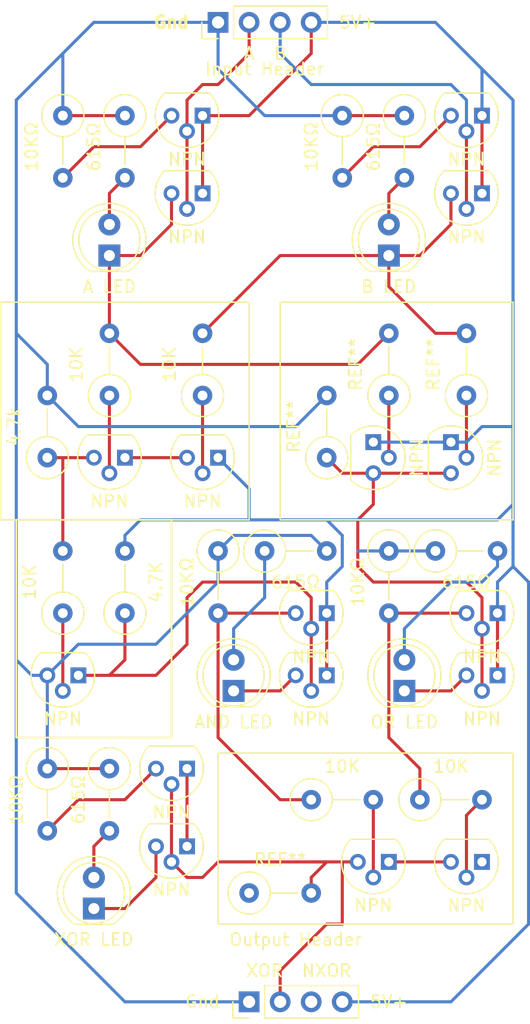
<source format=kicad_pcb>
(kicad_pcb (version 20171130) (host pcbnew 5.99.0+really5.1.12+dfsg1-1)

  (general
    (thickness 1.6)
    (drawings 24)
    (tracks 188)
    (zones 0)
    (modules 45)
    (nets 1)
  )

  (page A4)
  (layers
    (0 F.Cu signal)
    (31 B.Cu signal)
    (32 B.Adhes user)
    (33 F.Adhes user)
    (34 B.Paste user)
    (35 F.Paste user)
    (36 B.SilkS user)
    (37 F.SilkS user)
    (38 B.Mask user)
    (39 F.Mask user)
    (40 Dwgs.User user)
    (41 Cmts.User user)
    (42 Eco1.User user)
    (43 Eco2.User user)
    (44 Edge.Cuts user)
    (45 Margin user)
    (46 B.CrtYd user)
    (47 F.CrtYd user)
    (48 B.Fab user)
    (49 F.Fab user hide)
  )

  (setup
    (last_trace_width 0.25)
    (trace_clearance 0.2)
    (zone_clearance 0.508)
    (zone_45_only no)
    (trace_min 0.2)
    (via_size 0.8)
    (via_drill 0.4)
    (via_min_size 0.4)
    (via_min_drill 0.3)
    (uvia_size 0.3)
    (uvia_drill 0.1)
    (uvias_allowed no)
    (uvia_min_size 0.2)
    (uvia_min_drill 0.1)
    (edge_width 0.05)
    (segment_width 0.2)
    (pcb_text_width 0.3)
    (pcb_text_size 1.5 1.5)
    (mod_edge_width 0.12)
    (mod_text_size 1 1)
    (mod_text_width 0.15)
    (pad_size 1.524 1.524)
    (pad_drill 0.762)
    (pad_to_mask_clearance 0)
    (aux_axis_origin 0 0)
    (visible_elements FFFFFF7F)
    (pcbplotparams
      (layerselection 0x010fc_ffffffff)
      (usegerberextensions false)
      (usegerberattributes true)
      (usegerberadvancedattributes true)
      (creategerberjobfile true)
      (excludeedgelayer true)
      (linewidth 0.100000)
      (plotframeref false)
      (viasonmask false)
      (mode 1)
      (useauxorigin false)
      (hpglpennumber 1)
      (hpglpenspeed 20)
      (hpglpendiameter 15.000000)
      (psnegative false)
      (psa4output false)
      (plotreference true)
      (plotvalue true)
      (plotinvisibletext false)
      (padsonsilk false)
      (subtractmaskfromsilk false)
      (outputformat 1)
      (mirror false)
      (drillshape 1)
      (scaleselection 1)
      (outputdirectory ""))
  )

  (net 0 "")

  (net_class Default "This is the default net class."
    (clearance 0.2)
    (trace_width 0.25)
    (via_dia 0.8)
    (via_drill 0.4)
    (uvia_dia 0.3)
    (uvia_drill 0.1)
  )

  (module LED_THT:LED_D5.0mm (layer F.Cu) (tedit 5995936A) (tstamp 619E8489)
    (at 133.35 73.66 90)
    (descr "LED, diameter 5.0mm, 2 pins, http://cdn-reichelt.de/documents/datenblatt/A500/LL-504BC2E-009.pdf")
    (tags "LED diameter 5.0mm 2 pins")
    (fp_text reference "A LED" (at -2.54 0 180) (layer F.SilkS)
      (effects (font (size 1 1) (thickness 0.15)))
    )
    (fp_text value LED_D5.0mm (at 1.27 3.96 90) (layer F.Fab)
      (effects (font (size 1 1) (thickness 0.15)))
    )
    (fp_circle (center 1.27 0) (end 3.77 0) (layer F.Fab) (width 0.1))
    (fp_circle (center 1.27 0) (end 3.77 0) (layer F.SilkS) (width 0.12))
    (fp_line (start -1.23 -1.469694) (end -1.23 1.469694) (layer F.Fab) (width 0.1))
    (fp_line (start -1.29 -1.545) (end -1.29 1.545) (layer F.SilkS) (width 0.12))
    (fp_line (start -1.95 -3.25) (end -1.95 3.25) (layer F.CrtYd) (width 0.05))
    (fp_line (start -1.95 3.25) (end 4.5 3.25) (layer F.CrtYd) (width 0.05))
    (fp_line (start 4.5 3.25) (end 4.5 -3.25) (layer F.CrtYd) (width 0.05))
    (fp_line (start 4.5 -3.25) (end -1.95 -3.25) (layer F.CrtYd) (width 0.05))
    (fp_text user %R (at 1.25 0 90) (layer F.Fab)
      (effects (font (size 0.8 0.8) (thickness 0.2)))
    )
    (fp_arc (start 1.27 0) (end -1.29 1.54483) (angle -148.9) (layer F.SilkS) (width 0.12))
    (fp_arc (start 1.27 0) (end -1.29 -1.54483) (angle 148.9) (layer F.SilkS) (width 0.12))
    (fp_arc (start 1.27 0) (end -1.23 -1.469694) (angle 299.1) (layer F.Fab) (width 0.1))
    (pad 2 thru_hole circle (at 2.54 0 90) (size 1.8 1.8) (drill 0.9) (layers *.Cu *.Mask))
    (pad 1 thru_hole rect (at 0 0 90) (size 1.8 1.8) (drill 0.9) (layers *.Cu *.Mask))
    (model ${KISYS3DMOD}/LED_THT.3dshapes/LED_D5.0mm.wrl
      (at (xyz 0 0 0))
      (scale (xyz 1 1 1))
      (rotate (xyz 0 0 0))
    )
  )

  (module Resistor_THT:R_Axial_DIN0309_L9.0mm_D3.2mm_P5.08mm_Vertical (layer F.Cu) (tedit 5AE5139B) (tstamp 619E8475)
    (at 134.62 62.23 270)
    (descr "Resistor, Axial_DIN0309 series, Axial, Vertical, pin pitch=5.08mm, 0.5W = 1/2W, length*diameter=9*3.2mm^2, http://cdn-reichelt.de/documents/datenblatt/B400/1_4W%23YAG.pdf")
    (tags "Resistor Axial_DIN0309 series Axial Vertical pin pitch 5.08mm 0.5W = 1/2W length 9mm diameter 3.2mm")
    (fp_text reference 615Ω (at 2.54 2.54 90) (layer F.SilkS)
      (effects (font (size 1 1) (thickness 0.15)))
    )
    (fp_text value R_Axial_DIN0309_L9.0mm_D3.2mm_P5.08mm_Vertical (at 2.54 2.72 90) (layer F.Fab)
      (effects (font (size 1 1) (thickness 0.15)))
    )
    (fp_circle (center 0 0) (end 1.6 0) (layer F.Fab) (width 0.1))
    (fp_circle (center 0 0) (end 1.72 0) (layer F.SilkS) (width 0.12))
    (fp_line (start 0 0) (end 5.08 0) (layer F.Fab) (width 0.1))
    (fp_line (start 1.72 0) (end 3.98 0) (layer F.SilkS) (width 0.12))
    (fp_line (start -1.85 -1.85) (end -1.85 1.85) (layer F.CrtYd) (width 0.05))
    (fp_line (start -1.85 1.85) (end 6.13 1.85) (layer F.CrtYd) (width 0.05))
    (fp_line (start 6.13 1.85) (end 6.13 -1.85) (layer F.CrtYd) (width 0.05))
    (fp_line (start 6.13 -1.85) (end -1.85 -1.85) (layer F.CrtYd) (width 0.05))
    (fp_text user %R (at 2.54 -2.72 90) (layer F.Fab)
      (effects (font (size 1 1) (thickness 0.15)))
    )
    (pad 2 thru_hole oval (at 5.08 0 270) (size 1.6 1.6) (drill 0.8) (layers *.Cu *.Mask))
    (pad 1 thru_hole circle (at 0 0 270) (size 1.6 1.6) (drill 0.8) (layers *.Cu *.Mask))
    (model ${KISYS3DMOD}/Resistor_THT.3dshapes/R_Axial_DIN0309_L9.0mm_D3.2mm_P5.08mm_Vertical.wrl
      (at (xyz 0 0 0))
      (scale (xyz 1 1 1))
      (rotate (xyz 0 0 0))
    )
  )

  (module Package_TO_SOT_THT:TO-92 (layer F.Cu) (tedit 5A279852) (tstamp 619E8464)
    (at 140.97 62.23 180)
    (descr "TO-92 leads molded, narrow, drill 0.75mm (see NXP sot054_po.pdf)")
    (tags "to-92 sc-43 sc-43a sot54 PA33 transistor")
    (fp_text reference NPN (at 1.27 -3.56) (layer F.SilkS)
      (effects (font (size 1 1) (thickness 0.15)))
    )
    (fp_text value TO-92 (at 1.27 2.79) (layer F.Fab)
      (effects (font (size 1 1) (thickness 0.15)))
    )
    (fp_line (start 4 2.01) (end -1.46 2.01) (layer F.CrtYd) (width 0.05))
    (fp_line (start 4 2.01) (end 4 -2.73) (layer F.CrtYd) (width 0.05))
    (fp_line (start -1.46 -2.73) (end -1.46 2.01) (layer F.CrtYd) (width 0.05))
    (fp_line (start -1.46 -2.73) (end 4 -2.73) (layer F.CrtYd) (width 0.05))
    (fp_line (start -0.5 1.75) (end 3 1.75) (layer F.Fab) (width 0.1))
    (fp_line (start -0.53 1.85) (end 3.07 1.85) (layer F.SilkS) (width 0.12))
    (fp_arc (start 1.27 0) (end 1.27 -2.6) (angle 135) (layer F.SilkS) (width 0.12))
    (fp_arc (start 1.27 0) (end 1.27 -2.48) (angle -135) (layer F.Fab) (width 0.1))
    (fp_arc (start 1.27 0) (end 1.27 -2.6) (angle -135) (layer F.SilkS) (width 0.12))
    (fp_arc (start 1.27 0) (end 1.27 -2.48) (angle 135) (layer F.Fab) (width 0.1))
    (fp_text user %R (at 1.27 0) (layer F.Fab)
      (effects (font (size 1 1) (thickness 0.15)))
    )
    (pad 1 thru_hole rect (at 0 0 180) (size 1.3 1.3) (drill 0.75) (layers *.Cu *.Mask))
    (pad 3 thru_hole circle (at 2.54 0 180) (size 1.3 1.3) (drill 0.75) (layers *.Cu *.Mask))
    (pad 2 thru_hole circle (at 1.27 -1.27 180) (size 1.3 1.3) (drill 0.75) (layers *.Cu *.Mask))
    (model ${KISYS3DMOD}/Package_TO_SOT_THT.3dshapes/TO-92.wrl
      (at (xyz 0 0 0))
      (scale (xyz 1 1 1))
      (rotate (xyz 0 0 0))
    )
  )

  (module Package_TO_SOT_THT:TO-92 (layer F.Cu) (tedit 5A279852) (tstamp 619E8453)
    (at 140.97 68.58 180)
    (descr "TO-92 leads molded, narrow, drill 0.75mm (see NXP sot054_po.pdf)")
    (tags "to-92 sc-43 sc-43a sot54 PA33 transistor")
    (fp_text reference NPN (at 1.27 -3.56) (layer F.SilkS)
      (effects (font (size 1 1) (thickness 0.15)))
    )
    (fp_text value TO-92 (at 1.27 2.79) (layer F.Fab)
      (effects (font (size 1 1) (thickness 0.15)))
    )
    (fp_line (start 4 2.01) (end -1.46 2.01) (layer F.CrtYd) (width 0.05))
    (fp_line (start 4 2.01) (end 4 -2.73) (layer F.CrtYd) (width 0.05))
    (fp_line (start -1.46 -2.73) (end -1.46 2.01) (layer F.CrtYd) (width 0.05))
    (fp_line (start -1.46 -2.73) (end 4 -2.73) (layer F.CrtYd) (width 0.05))
    (fp_line (start -0.5 1.75) (end 3 1.75) (layer F.Fab) (width 0.1))
    (fp_line (start -0.53 1.85) (end 3.07 1.85) (layer F.SilkS) (width 0.12))
    (fp_text user %R (at 1.27 0) (layer F.Fab)
      (effects (font (size 1 1) (thickness 0.15)))
    )
    (fp_arc (start 1.27 0) (end 1.27 -2.48) (angle 135) (layer F.Fab) (width 0.1))
    (fp_arc (start 1.27 0) (end 1.27 -2.6) (angle -135) (layer F.SilkS) (width 0.12))
    (fp_arc (start 1.27 0) (end 1.27 -2.48) (angle -135) (layer F.Fab) (width 0.1))
    (fp_arc (start 1.27 0) (end 1.27 -2.6) (angle 135) (layer F.SilkS) (width 0.12))
    (pad 2 thru_hole circle (at 1.27 -1.27 180) (size 1.3 1.3) (drill 0.75) (layers *.Cu *.Mask))
    (pad 3 thru_hole circle (at 2.54 0 180) (size 1.3 1.3) (drill 0.75) (layers *.Cu *.Mask))
    (pad 1 thru_hole rect (at 0 0 180) (size 1.3 1.3) (drill 0.75) (layers *.Cu *.Mask))
    (model ${KISYS3DMOD}/Package_TO_SOT_THT.3dshapes/TO-92.wrl
      (at (xyz 0 0 0))
      (scale (xyz 1 1 1))
      (rotate (xyz 0 0 0))
    )
  )

  (module Resistor_THT:R_Axial_DIN0309_L9.0mm_D3.2mm_P5.08mm_Vertical (layer F.Cu) (tedit 5AE5139B) (tstamp 619E8443)
    (at 129.54 62.23 270)
    (descr "Resistor, Axial_DIN0309 series, Axial, Vertical, pin pitch=5.08mm, 0.5W = 1/2W, length*diameter=9*3.2mm^2, http://cdn-reichelt.de/documents/datenblatt/B400/1_4W%23YAG.pdf")
    (tags "Resistor Axial_DIN0309 series Axial Vertical pin pitch 5.08mm 0.5W = 1/2W length 9mm diameter 3.2mm")
    (fp_text reference 10KΩ (at 2.54 2.54 90) (layer F.SilkS)
      (effects (font (size 1 1) (thickness 0.15)))
    )
    (fp_text value R_Axial_DIN0309_L9.0mm_D3.2mm_P5.08mm_Vertical (at 2.54 2.72 90) (layer F.Fab)
      (effects (font (size 1 1) (thickness 0.15)))
    )
    (fp_circle (center 0 0) (end 1.6 0) (layer F.Fab) (width 0.1))
    (fp_circle (center 0 0) (end 1.72 0) (layer F.SilkS) (width 0.12))
    (fp_line (start 0 0) (end 5.08 0) (layer F.Fab) (width 0.1))
    (fp_line (start 1.72 0) (end 3.98 0) (layer F.SilkS) (width 0.12))
    (fp_line (start -1.85 -1.85) (end -1.85 1.85) (layer F.CrtYd) (width 0.05))
    (fp_line (start -1.85 1.85) (end 6.13 1.85) (layer F.CrtYd) (width 0.05))
    (fp_line (start 6.13 1.85) (end 6.13 -1.85) (layer F.CrtYd) (width 0.05))
    (fp_line (start 6.13 -1.85) (end -1.85 -1.85) (layer F.CrtYd) (width 0.05))
    (fp_text user %R (at 2.54 -2.72 90) (layer F.Fab)
      (effects (font (size 1 1) (thickness 0.15)))
    )
    (pad 1 thru_hole circle (at 0 0 270) (size 1.6 1.6) (drill 0.8) (layers *.Cu *.Mask))
    (pad 2 thru_hole oval (at 5.08 0 270) (size 1.6 1.6) (drill 0.8) (layers *.Cu *.Mask))
    (model ${KISYS3DMOD}/Resistor_THT.3dshapes/R_Axial_DIN0309_L9.0mm_D3.2mm_P5.08mm_Vertical.wrl
      (at (xyz 0 0 0))
      (scale (xyz 1 1 1))
      (rotate (xyz 0 0 0))
    )
  )

  (module Package_TO_SOT_THT:TO-92 (layer F.Cu) (tedit 5A279852) (tstamp 619C80D2)
    (at 154.94 88.9 270)
    (descr "TO-92 leads molded, narrow, drill 0.75mm (see NXP sot054_po.pdf)")
    (tags "to-92 sc-43 sc-43a sot54 PA33 transistor")
    (fp_text reference NPN (at 1.27 -3.56 90) (layer F.SilkS)
      (effects (font (size 1 1) (thickness 0.15)))
    )
    (fp_text value TO-92 (at 1.27 2.79 90) (layer F.Fab)
      (effects (font (size 1 1) (thickness 0.15)))
    )
    (fp_line (start -0.53 1.85) (end 3.07 1.85) (layer F.SilkS) (width 0.12))
    (fp_line (start -0.5 1.75) (end 3 1.75) (layer F.Fab) (width 0.1))
    (fp_line (start -1.46 -2.73) (end 4 -2.73) (layer F.CrtYd) (width 0.05))
    (fp_line (start -1.46 -2.73) (end -1.46 2.01) (layer F.CrtYd) (width 0.05))
    (fp_line (start 4 2.01) (end 4 -2.73) (layer F.CrtYd) (width 0.05))
    (fp_line (start 4 2.01) (end -1.46 2.01) (layer F.CrtYd) (width 0.05))
    (fp_text user %R (at 1.27 0 90) (layer F.Fab)
      (effects (font (size 1 1) (thickness 0.15)))
    )
    (fp_arc (start 1.27 0) (end 1.27 -2.48) (angle 135) (layer F.Fab) (width 0.1))
    (fp_arc (start 1.27 0) (end 1.27 -2.6) (angle -135) (layer F.SilkS) (width 0.12))
    (fp_arc (start 1.27 0) (end 1.27 -2.48) (angle -135) (layer F.Fab) (width 0.1))
    (fp_arc (start 1.27 0) (end 1.27 -2.6) (angle 135) (layer F.SilkS) (width 0.12))
    (pad 2 thru_hole circle (at 1.27 -1.27 270) (size 1.3 1.3) (drill 0.75) (layers *.Cu *.Mask))
    (pad 3 thru_hole circle (at 2.54 0 270) (size 1.3 1.3) (drill 0.75) (layers *.Cu *.Mask))
    (pad 1 thru_hole rect (at 0 0 270) (size 1.3 1.3) (drill 0.75) (layers *.Cu *.Mask))
    (model ${KISYS3DMOD}/Package_TO_SOT_THT.3dshapes/TO-92.wrl
      (at (xyz 0 0 0))
      (scale (xyz 1 1 1))
      (rotate (xyz 0 0 0))
    )
  )

  (module Package_TO_SOT_THT:TO-92 (layer F.Cu) (tedit 5A279852) (tstamp 619E81EE)
    (at 165.1 102.87 180)
    (descr "TO-92 leads molded, narrow, drill 0.75mm (see NXP sot054_po.pdf)")
    (tags "to-92 sc-43 sc-43a sot54 PA33 transistor")
    (fp_text reference NPN (at 1.27 -3.56) (layer F.SilkS)
      (effects (font (size 1 1) (thickness 0.15)))
    )
    (fp_text value TO-92 (at 1.27 2.79) (layer F.Fab)
      (effects (font (size 1 1) (thickness 0.15)))
    )
    (fp_line (start 4 2.01) (end -1.46 2.01) (layer F.CrtYd) (width 0.05))
    (fp_line (start 4 2.01) (end 4 -2.73) (layer F.CrtYd) (width 0.05))
    (fp_line (start -1.46 -2.73) (end -1.46 2.01) (layer F.CrtYd) (width 0.05))
    (fp_line (start -1.46 -2.73) (end 4 -2.73) (layer F.CrtYd) (width 0.05))
    (fp_line (start -0.5 1.75) (end 3 1.75) (layer F.Fab) (width 0.1))
    (fp_line (start -0.53 1.85) (end 3.07 1.85) (layer F.SilkS) (width 0.12))
    (fp_text user %R (at 1.27 0) (layer F.Fab)
      (effects (font (size 1 1) (thickness 0.15)))
    )
    (fp_arc (start 1.27 0) (end 1.27 -2.48) (angle 135) (layer F.Fab) (width 0.1))
    (fp_arc (start 1.27 0) (end 1.27 -2.6) (angle -135) (layer F.SilkS) (width 0.12))
    (fp_arc (start 1.27 0) (end 1.27 -2.48) (angle -135) (layer F.Fab) (width 0.1))
    (fp_arc (start 1.27 0) (end 1.27 -2.6) (angle 135) (layer F.SilkS) (width 0.12))
    (pad 2 thru_hole circle (at 1.27 -1.27 180) (size 1.3 1.3) (drill 0.75) (layers *.Cu *.Mask))
    (pad 3 thru_hole circle (at 2.54 0 180) (size 1.3 1.3) (drill 0.75) (layers *.Cu *.Mask))
    (pad 1 thru_hole rect (at 0 0 180) (size 1.3 1.3) (drill 0.75) (layers *.Cu *.Mask))
    (model ${KISYS3DMOD}/Package_TO_SOT_THT.3dshapes/TO-92.wrl
      (at (xyz 0 0 0))
      (scale (xyz 1 1 1))
      (rotate (xyz 0 0 0))
    )
  )

  (module Resistor_THT:R_Axial_DIN0309_L9.0mm_D3.2mm_P5.08mm_Vertical (layer F.Cu) (tedit 5AE5139B) (tstamp 619E81DF)
    (at 160.02 97.79)
    (descr "Resistor, Axial_DIN0309 series, Axial, Vertical, pin pitch=5.08mm, 0.5W = 1/2W, length*diameter=9*3.2mm^2, http://cdn-reichelt.de/documents/datenblatt/B400/1_4W%23YAG.pdf")
    (tags "Resistor Axial_DIN0309 series Axial Vertical pin pitch 5.08mm 0.5W = 1/2W length 9mm diameter 3.2mm")
    (fp_text reference 615Ω (at 2.54 2.54) (layer F.SilkS)
      (effects (font (size 1 1) (thickness 0.15)))
    )
    (fp_text value R_Axial_DIN0309_L9.0mm_D3.2mm_P5.08mm_Vertical (at 2.54 2.72) (layer F.Fab)
      (effects (font (size 1 1) (thickness 0.15)))
    )
    (fp_circle (center 0 0) (end 1.6 0) (layer F.Fab) (width 0.1))
    (fp_circle (center 0 0) (end 1.72 0) (layer F.SilkS) (width 0.12))
    (fp_line (start 0 0) (end 5.08 0) (layer F.Fab) (width 0.1))
    (fp_line (start 1.72 0) (end 3.98 0) (layer F.SilkS) (width 0.12))
    (fp_line (start -1.85 -1.85) (end -1.85 1.85) (layer F.CrtYd) (width 0.05))
    (fp_line (start -1.85 1.85) (end 6.13 1.85) (layer F.CrtYd) (width 0.05))
    (fp_line (start 6.13 1.85) (end 6.13 -1.85) (layer F.CrtYd) (width 0.05))
    (fp_line (start 6.13 -1.85) (end -1.85 -1.85) (layer F.CrtYd) (width 0.05))
    (fp_text user %R (at 2.54 -2.72) (layer F.Fab)
      (effects (font (size 1 1) (thickness 0.15)))
    )
    (pad 1 thru_hole circle (at 0 0) (size 1.6 1.6) (drill 0.8) (layers *.Cu *.Mask))
    (pad 2 thru_hole oval (at 5.08 0) (size 1.6 1.6) (drill 0.8) (layers *.Cu *.Mask))
    (model ${KISYS3DMOD}/Resistor_THT.3dshapes/R_Axial_DIN0309_L9.0mm_D3.2mm_P5.08mm_Vertical.wrl
      (at (xyz 0 0 0))
      (scale (xyz 1 1 1))
      (rotate (xyz 0 0 0))
    )
  )

  (module Package_TO_SOT_THT:TO-92 (layer F.Cu) (tedit 5A279852) (tstamp 619E81CD)
    (at 165.1 107.95 180)
    (descr "TO-92 leads molded, narrow, drill 0.75mm (see NXP sot054_po.pdf)")
    (tags "to-92 sc-43 sc-43a sot54 PA33 transistor")
    (fp_text reference NPN (at 1.27 -3.56) (layer F.SilkS)
      (effects (font (size 1 1) (thickness 0.15)))
    )
    (fp_text value TO-92 (at 1.27 2.79) (layer F.Fab)
      (effects (font (size 1 1) (thickness 0.15)))
    )
    (fp_line (start 4 2.01) (end -1.46 2.01) (layer F.CrtYd) (width 0.05))
    (fp_line (start 4 2.01) (end 4 -2.73) (layer F.CrtYd) (width 0.05))
    (fp_line (start -1.46 -2.73) (end -1.46 2.01) (layer F.CrtYd) (width 0.05))
    (fp_line (start -1.46 -2.73) (end 4 -2.73) (layer F.CrtYd) (width 0.05))
    (fp_line (start -0.5 1.75) (end 3 1.75) (layer F.Fab) (width 0.1))
    (fp_line (start -0.53 1.85) (end 3.07 1.85) (layer F.SilkS) (width 0.12))
    (fp_arc (start 1.27 0) (end 1.27 -2.6) (angle 135) (layer F.SilkS) (width 0.12))
    (fp_arc (start 1.27 0) (end 1.27 -2.48) (angle -135) (layer F.Fab) (width 0.1))
    (fp_arc (start 1.27 0) (end 1.27 -2.6) (angle -135) (layer F.SilkS) (width 0.12))
    (fp_arc (start 1.27 0) (end 1.27 -2.48) (angle 135) (layer F.Fab) (width 0.1))
    (fp_text user %R (at 1.27 0) (layer F.Fab)
      (effects (font (size 1 1) (thickness 0.15)))
    )
    (pad 1 thru_hole rect (at 0 0 180) (size 1.3 1.3) (drill 0.75) (layers *.Cu *.Mask))
    (pad 3 thru_hole circle (at 2.54 0 180) (size 1.3 1.3) (drill 0.75) (layers *.Cu *.Mask))
    (pad 2 thru_hole circle (at 1.27 -1.27 180) (size 1.3 1.3) (drill 0.75) (layers *.Cu *.Mask))
    (model ${KISYS3DMOD}/Package_TO_SOT_THT.3dshapes/TO-92.wrl
      (at (xyz 0 0 0))
      (scale (xyz 1 1 1))
      (rotate (xyz 0 0 0))
    )
  )

  (module Resistor_THT:R_Axial_DIN0309_L9.0mm_D3.2mm_P5.08mm_Vertical (layer F.Cu) (tedit 5AE5139B) (tstamp 619E81B6)
    (at 156.21 97.79 270)
    (descr "Resistor, Axial_DIN0309 series, Axial, Vertical, pin pitch=5.08mm, 0.5W = 1/2W, length*diameter=9*3.2mm^2, http://cdn-reichelt.de/documents/datenblatt/B400/1_4W%23YAG.pdf")
    (tags "Resistor Axial_DIN0309 series Axial Vertical pin pitch 5.08mm 0.5W = 1/2W length 9mm diameter 3.2mm")
    (fp_text reference 10KΩ (at 2.54 2.54 90) (layer F.SilkS)
      (effects (font (size 1 1) (thickness 0.15)))
    )
    (fp_text value R_Axial_DIN0309_L9.0mm_D3.2mm_P5.08mm_Vertical (at 2.54 2.72 90) (layer F.Fab)
      (effects (font (size 1 1) (thickness 0.15)))
    )
    (fp_circle (center 0 0) (end 1.6 0) (layer F.Fab) (width 0.1))
    (fp_circle (center 0 0) (end 1.72 0) (layer F.SilkS) (width 0.12))
    (fp_line (start 0 0) (end 5.08 0) (layer F.Fab) (width 0.1))
    (fp_line (start 1.72 0) (end 3.98 0) (layer F.SilkS) (width 0.12))
    (fp_line (start -1.85 -1.85) (end -1.85 1.85) (layer F.CrtYd) (width 0.05))
    (fp_line (start -1.85 1.85) (end 6.13 1.85) (layer F.CrtYd) (width 0.05))
    (fp_line (start 6.13 1.85) (end 6.13 -1.85) (layer F.CrtYd) (width 0.05))
    (fp_line (start 6.13 -1.85) (end -1.85 -1.85) (layer F.CrtYd) (width 0.05))
    (fp_text user %R (at 2.54 -2.72 90) (layer F.Fab)
      (effects (font (size 1 1) (thickness 0.15)))
    )
    (pad 2 thru_hole oval (at 5.08 0 270) (size 1.6 1.6) (drill 0.8) (layers *.Cu *.Mask))
    (pad 1 thru_hole circle (at 0 0 270) (size 1.6 1.6) (drill 0.8) (layers *.Cu *.Mask))
    (model ${KISYS3DMOD}/Resistor_THT.3dshapes/R_Axial_DIN0309_L9.0mm_D3.2mm_P5.08mm_Vertical.wrl
      (at (xyz 0 0 0))
      (scale (xyz 1 1 1))
      (rotate (xyz 0 0 0))
    )
  )

  (module LED_THT:LED_D5.0mm (layer F.Cu) (tedit 5995936A) (tstamp 619E81A3)
    (at 157.48 109.22 90)
    (descr "LED, diameter 5.0mm, 2 pins, http://cdn-reichelt.de/documents/datenblatt/A500/LL-504BC2E-009.pdf")
    (tags "LED diameter 5.0mm 2 pins")
    (fp_text reference "OR LED" (at -2.54 0 180) (layer F.SilkS)
      (effects (font (size 1 1) (thickness 0.15)))
    )
    (fp_text value LED_D5.0mm (at 1.27 3.96 90) (layer F.Fab)
      (effects (font (size 1 1) (thickness 0.15)))
    )
    (fp_circle (center 1.27 0) (end 3.77 0) (layer F.Fab) (width 0.1))
    (fp_circle (center 1.27 0) (end 3.77 0) (layer F.SilkS) (width 0.12))
    (fp_line (start -1.23 -1.469694) (end -1.23 1.469694) (layer F.Fab) (width 0.1))
    (fp_line (start -1.29 -1.545) (end -1.29 1.545) (layer F.SilkS) (width 0.12))
    (fp_line (start -1.95 -3.25) (end -1.95 3.25) (layer F.CrtYd) (width 0.05))
    (fp_line (start -1.95 3.25) (end 4.5 3.25) (layer F.CrtYd) (width 0.05))
    (fp_line (start 4.5 3.25) (end 4.5 -3.25) (layer F.CrtYd) (width 0.05))
    (fp_line (start 4.5 -3.25) (end -1.95 -3.25) (layer F.CrtYd) (width 0.05))
    (fp_arc (start 1.27 0) (end -1.23 -1.469694) (angle 299.1) (layer F.Fab) (width 0.1))
    (fp_arc (start 1.27 0) (end -1.29 -1.54483) (angle 148.9) (layer F.SilkS) (width 0.12))
    (fp_arc (start 1.27 0) (end -1.29 1.54483) (angle -148.9) (layer F.SilkS) (width 0.12))
    (fp_text user %R (at 1.25 0 90) (layer F.Fab)
      (effects (font (size 0.8 0.8) (thickness 0.2)))
    )
    (pad 1 thru_hole rect (at 0 0 90) (size 1.8 1.8) (drill 0.9) (layers *.Cu *.Mask))
    (pad 2 thru_hole circle (at 2.54 0 90) (size 1.8 1.8) (drill 0.9) (layers *.Cu *.Mask))
    (model ${KISYS3DMOD}/LED_THT.3dshapes/LED_D5.0mm.wrl
      (at (xyz 0 0 0))
      (scale (xyz 1 1 1))
      (rotate (xyz 0 0 0))
    )
  )

  (module Package_TO_SOT_THT:TO-92 (layer F.Cu) (tedit 5A279852) (tstamp 619E81EE)
    (at 151.13 102.87 180)
    (descr "TO-92 leads molded, narrow, drill 0.75mm (see NXP sot054_po.pdf)")
    (tags "to-92 sc-43 sc-43a sot54 PA33 transistor")
    (fp_text reference NPN (at 1.27 -3.56) (layer F.SilkS)
      (effects (font (size 1 1) (thickness 0.15)))
    )
    (fp_text value TO-92 (at 1.27 2.79) (layer F.Fab)
      (effects (font (size 1 1) (thickness 0.15)))
    )
    (fp_line (start 4 2.01) (end -1.46 2.01) (layer F.CrtYd) (width 0.05))
    (fp_line (start 4 2.01) (end 4 -2.73) (layer F.CrtYd) (width 0.05))
    (fp_line (start -1.46 -2.73) (end -1.46 2.01) (layer F.CrtYd) (width 0.05))
    (fp_line (start -1.46 -2.73) (end 4 -2.73) (layer F.CrtYd) (width 0.05))
    (fp_line (start -0.5 1.75) (end 3 1.75) (layer F.Fab) (width 0.1))
    (fp_line (start -0.53 1.85) (end 3.07 1.85) (layer F.SilkS) (width 0.12))
    (fp_text user %R (at 1.27 0) (layer F.Fab)
      (effects (font (size 1 1) (thickness 0.15)))
    )
    (fp_arc (start 1.27 0) (end 1.27 -2.48) (angle 135) (layer F.Fab) (width 0.1))
    (fp_arc (start 1.27 0) (end 1.27 -2.6) (angle -135) (layer F.SilkS) (width 0.12))
    (fp_arc (start 1.27 0) (end 1.27 -2.48) (angle -135) (layer F.Fab) (width 0.1))
    (fp_arc (start 1.27 0) (end 1.27 -2.6) (angle 135) (layer F.SilkS) (width 0.12))
    (pad 2 thru_hole circle (at 1.27 -1.27 180) (size 1.3 1.3) (drill 0.75) (layers *.Cu *.Mask))
    (pad 3 thru_hole circle (at 2.54 0 180) (size 1.3 1.3) (drill 0.75) (layers *.Cu *.Mask))
    (pad 1 thru_hole rect (at 0 0 180) (size 1.3 1.3) (drill 0.75) (layers *.Cu *.Mask))
    (model ${KISYS3DMOD}/Package_TO_SOT_THT.3dshapes/TO-92.wrl
      (at (xyz 0 0 0))
      (scale (xyz 1 1 1))
      (rotate (xyz 0 0 0))
    )
  )

  (module Resistor_THT:R_Axial_DIN0309_L9.0mm_D3.2mm_P5.08mm_Vertical (layer F.Cu) (tedit 5AE5139B) (tstamp 619E81DF)
    (at 146.05 97.79)
    (descr "Resistor, Axial_DIN0309 series, Axial, Vertical, pin pitch=5.08mm, 0.5W = 1/2W, length*diameter=9*3.2mm^2, http://cdn-reichelt.de/documents/datenblatt/B400/1_4W%23YAG.pdf")
    (tags "Resistor Axial_DIN0309 series Axial Vertical pin pitch 5.08mm 0.5W = 1/2W length 9mm diameter 3.2mm")
    (fp_text reference 615Ω (at 2.54 2.54) (layer F.SilkS)
      (effects (font (size 1 1) (thickness 0.15)))
    )
    (fp_text value R_Axial_DIN0309_L9.0mm_D3.2mm_P5.08mm_Vertical (at 2.54 2.72) (layer F.Fab)
      (effects (font (size 1 1) (thickness 0.15)))
    )
    (fp_circle (center 0 0) (end 1.6 0) (layer F.Fab) (width 0.1))
    (fp_circle (center 0 0) (end 1.72 0) (layer F.SilkS) (width 0.12))
    (fp_line (start 0 0) (end 5.08 0) (layer F.Fab) (width 0.1))
    (fp_line (start 1.72 0) (end 3.98 0) (layer F.SilkS) (width 0.12))
    (fp_line (start -1.85 -1.85) (end -1.85 1.85) (layer F.CrtYd) (width 0.05))
    (fp_line (start -1.85 1.85) (end 6.13 1.85) (layer F.CrtYd) (width 0.05))
    (fp_line (start 6.13 1.85) (end 6.13 -1.85) (layer F.CrtYd) (width 0.05))
    (fp_line (start 6.13 -1.85) (end -1.85 -1.85) (layer F.CrtYd) (width 0.05))
    (fp_text user %R (at 2.54 -2.72) (layer F.Fab)
      (effects (font (size 1 1) (thickness 0.15)))
    )
    (pad 1 thru_hole circle (at 0 0) (size 1.6 1.6) (drill 0.8) (layers *.Cu *.Mask))
    (pad 2 thru_hole oval (at 5.08 0) (size 1.6 1.6) (drill 0.8) (layers *.Cu *.Mask))
    (model ${KISYS3DMOD}/Resistor_THT.3dshapes/R_Axial_DIN0309_L9.0mm_D3.2mm_P5.08mm_Vertical.wrl
      (at (xyz 0 0 0))
      (scale (xyz 1 1 1))
      (rotate (xyz 0 0 0))
    )
  )

  (module Package_TO_SOT_THT:TO-92 (layer F.Cu) (tedit 5A279852) (tstamp 619E81CD)
    (at 151.13 107.95 180)
    (descr "TO-92 leads molded, narrow, drill 0.75mm (see NXP sot054_po.pdf)")
    (tags "to-92 sc-43 sc-43a sot54 PA33 transistor")
    (fp_text reference NPN (at 1.27 -3.56) (layer F.SilkS)
      (effects (font (size 1 1) (thickness 0.15)))
    )
    (fp_text value TO-92 (at 1.27 2.79) (layer F.Fab)
      (effects (font (size 1 1) (thickness 0.15)))
    )
    (fp_line (start 4 2.01) (end -1.46 2.01) (layer F.CrtYd) (width 0.05))
    (fp_line (start 4 2.01) (end 4 -2.73) (layer F.CrtYd) (width 0.05))
    (fp_line (start -1.46 -2.73) (end -1.46 2.01) (layer F.CrtYd) (width 0.05))
    (fp_line (start -1.46 -2.73) (end 4 -2.73) (layer F.CrtYd) (width 0.05))
    (fp_line (start -0.5 1.75) (end 3 1.75) (layer F.Fab) (width 0.1))
    (fp_line (start -0.53 1.85) (end 3.07 1.85) (layer F.SilkS) (width 0.12))
    (fp_arc (start 1.27 0) (end 1.27 -2.6) (angle 135) (layer F.SilkS) (width 0.12))
    (fp_arc (start 1.27 0) (end 1.27 -2.48) (angle -135) (layer F.Fab) (width 0.1))
    (fp_arc (start 1.27 0) (end 1.27 -2.6) (angle -135) (layer F.SilkS) (width 0.12))
    (fp_arc (start 1.27 0) (end 1.27 -2.48) (angle 135) (layer F.Fab) (width 0.1))
    (fp_text user %R (at 1.27 0) (layer F.Fab)
      (effects (font (size 1 1) (thickness 0.15)))
    )
    (pad 1 thru_hole rect (at 0 0 180) (size 1.3 1.3) (drill 0.75) (layers *.Cu *.Mask))
    (pad 3 thru_hole circle (at 2.54 0 180) (size 1.3 1.3) (drill 0.75) (layers *.Cu *.Mask))
    (pad 2 thru_hole circle (at 1.27 -1.27 180) (size 1.3 1.3) (drill 0.75) (layers *.Cu *.Mask))
    (model ${KISYS3DMOD}/Package_TO_SOT_THT.3dshapes/TO-92.wrl
      (at (xyz 0 0 0))
      (scale (xyz 1 1 1))
      (rotate (xyz 0 0 0))
    )
  )

  (module Resistor_THT:R_Axial_DIN0309_L9.0mm_D3.2mm_P5.08mm_Vertical (layer F.Cu) (tedit 5AE5139B) (tstamp 619E81B6)
    (at 142.24 97.79 270)
    (descr "Resistor, Axial_DIN0309 series, Axial, Vertical, pin pitch=5.08mm, 0.5W = 1/2W, length*diameter=9*3.2mm^2, http://cdn-reichelt.de/documents/datenblatt/B400/1_4W%23YAG.pdf")
    (tags "Resistor Axial_DIN0309 series Axial Vertical pin pitch 5.08mm 0.5W = 1/2W length 9mm diameter 3.2mm")
    (fp_text reference 10KΩ (at 2.54 2.54 90) (layer F.SilkS)
      (effects (font (size 1 1) (thickness 0.15)))
    )
    (fp_text value R_Axial_DIN0309_L9.0mm_D3.2mm_P5.08mm_Vertical (at 2.54 2.72 90) (layer F.Fab)
      (effects (font (size 1 1) (thickness 0.15)))
    )
    (fp_circle (center 0 0) (end 1.6 0) (layer F.Fab) (width 0.1))
    (fp_circle (center 0 0) (end 1.72 0) (layer F.SilkS) (width 0.12))
    (fp_line (start 0 0) (end 5.08 0) (layer F.Fab) (width 0.1))
    (fp_line (start 1.72 0) (end 3.98 0) (layer F.SilkS) (width 0.12))
    (fp_line (start -1.85 -1.85) (end -1.85 1.85) (layer F.CrtYd) (width 0.05))
    (fp_line (start -1.85 1.85) (end 6.13 1.85) (layer F.CrtYd) (width 0.05))
    (fp_line (start 6.13 1.85) (end 6.13 -1.85) (layer F.CrtYd) (width 0.05))
    (fp_line (start 6.13 -1.85) (end -1.85 -1.85) (layer F.CrtYd) (width 0.05))
    (fp_text user %R (at 2.54 -2.72 90) (layer F.Fab)
      (effects (font (size 1 1) (thickness 0.15)))
    )
    (pad 2 thru_hole oval (at 5.08 0 270) (size 1.6 1.6) (drill 0.8) (layers *.Cu *.Mask))
    (pad 1 thru_hole circle (at 0 0 270) (size 1.6 1.6) (drill 0.8) (layers *.Cu *.Mask))
    (model ${KISYS3DMOD}/Resistor_THT.3dshapes/R_Axial_DIN0309_L9.0mm_D3.2mm_P5.08mm_Vertical.wrl
      (at (xyz 0 0 0))
      (scale (xyz 1 1 1))
      (rotate (xyz 0 0 0))
    )
  )

  (module LED_THT:LED_D5.0mm (layer F.Cu) (tedit 5995936A) (tstamp 619E81A3)
    (at 143.51 109.22 90)
    (descr "LED, diameter 5.0mm, 2 pins, http://cdn-reichelt.de/documents/datenblatt/A500/LL-504BC2E-009.pdf")
    (tags "LED diameter 5.0mm 2 pins")
    (fp_text reference "AND LED" (at -2.54 0 180) (layer F.SilkS)
      (effects (font (size 1 1) (thickness 0.15)))
    )
    (fp_text value LED_D5.0mm (at 1.27 3.96 90) (layer F.Fab)
      (effects (font (size 1 1) (thickness 0.15)))
    )
    (fp_circle (center 1.27 0) (end 3.77 0) (layer F.Fab) (width 0.1))
    (fp_circle (center 1.27 0) (end 3.77 0) (layer F.SilkS) (width 0.12))
    (fp_line (start -1.23 -1.469694) (end -1.23 1.469694) (layer F.Fab) (width 0.1))
    (fp_line (start -1.29 -1.545) (end -1.29 1.545) (layer F.SilkS) (width 0.12))
    (fp_line (start -1.95 -3.25) (end -1.95 3.25) (layer F.CrtYd) (width 0.05))
    (fp_line (start -1.95 3.25) (end 4.5 3.25) (layer F.CrtYd) (width 0.05))
    (fp_line (start 4.5 3.25) (end 4.5 -3.25) (layer F.CrtYd) (width 0.05))
    (fp_line (start 4.5 -3.25) (end -1.95 -3.25) (layer F.CrtYd) (width 0.05))
    (fp_arc (start 1.27 0) (end -1.23 -1.469694) (angle 299.1) (layer F.Fab) (width 0.1))
    (fp_arc (start 1.27 0) (end -1.29 -1.54483) (angle 148.9) (layer F.SilkS) (width 0.12))
    (fp_arc (start 1.27 0) (end -1.29 1.54483) (angle -148.9) (layer F.SilkS) (width 0.12))
    (fp_text user %R (at 1.25 0 90) (layer F.Fab)
      (effects (font (size 0.8 0.8) (thickness 0.2)))
    )
    (pad 1 thru_hole rect (at 0 0 90) (size 1.8 1.8) (drill 0.9) (layers *.Cu *.Mask))
    (pad 2 thru_hole circle (at 2.54 0 90) (size 1.8 1.8) (drill 0.9) (layers *.Cu *.Mask))
    (model ${KISYS3DMOD}/LED_THT.3dshapes/LED_D5.0mm.wrl
      (at (xyz 0 0 0))
      (scale (xyz 1 1 1))
      (rotate (xyz 0 0 0))
    )
  )

  (module LED_THT:LED_D5.0mm (layer F.Cu) (tedit 5995936A) (tstamp 619E8102)
    (at 132.08 127 90)
    (descr "LED, diameter 5.0mm, 2 pins, http://cdn-reichelt.de/documents/datenblatt/A500/LL-504BC2E-009.pdf")
    (tags "LED diameter 5.0mm 2 pins")
    (fp_text reference "XOR LED" (at -2.54 0 180) (layer F.SilkS)
      (effects (font (size 1 1) (thickness 0.15)))
    )
    (fp_text value LED_D5.0mm (at 1.27 3.96 90) (layer F.Fab)
      (effects (font (size 1 1) (thickness 0.15)))
    )
    (fp_circle (center 1.27 0) (end 3.77 0) (layer F.Fab) (width 0.1))
    (fp_circle (center 1.27 0) (end 3.77 0) (layer F.SilkS) (width 0.12))
    (fp_line (start -1.23 -1.469694) (end -1.23 1.469694) (layer F.Fab) (width 0.1))
    (fp_line (start -1.29 -1.545) (end -1.29 1.545) (layer F.SilkS) (width 0.12))
    (fp_line (start -1.95 -3.25) (end -1.95 3.25) (layer F.CrtYd) (width 0.05))
    (fp_line (start -1.95 3.25) (end 4.5 3.25) (layer F.CrtYd) (width 0.05))
    (fp_line (start 4.5 3.25) (end 4.5 -3.25) (layer F.CrtYd) (width 0.05))
    (fp_line (start 4.5 -3.25) (end -1.95 -3.25) (layer F.CrtYd) (width 0.05))
    (fp_text user %R (at 1.25 0 90) (layer F.Fab)
      (effects (font (size 0.8 0.8) (thickness 0.2)))
    )
    (fp_arc (start 1.27 0) (end -1.29 1.54483) (angle -148.9) (layer F.SilkS) (width 0.12))
    (fp_arc (start 1.27 0) (end -1.29 -1.54483) (angle 148.9) (layer F.SilkS) (width 0.12))
    (fp_arc (start 1.27 0) (end -1.23 -1.469694) (angle 299.1) (layer F.Fab) (width 0.1))
    (pad 2 thru_hole circle (at 2.54 0 90) (size 1.8 1.8) (drill 0.9) (layers *.Cu *.Mask))
    (pad 1 thru_hole rect (at 0 0 90) (size 1.8 1.8) (drill 0.9) (layers *.Cu *.Mask))
    (model ${KISYS3DMOD}/LED_THT.3dshapes/LED_D5.0mm.wrl
      (at (xyz 0 0 0))
      (scale (xyz 1 1 1))
      (rotate (xyz 0 0 0))
    )
  )

  (module Resistor_THT:R_Axial_DIN0309_L9.0mm_D3.2mm_P5.08mm_Vertical (layer F.Cu) (tedit 5AE5139B) (tstamp 619E80EE)
    (at 133.35 115.57 270)
    (descr "Resistor, Axial_DIN0309 series, Axial, Vertical, pin pitch=5.08mm, 0.5W = 1/2W, length*diameter=9*3.2mm^2, http://cdn-reichelt.de/documents/datenblatt/B400/1_4W%23YAG.pdf")
    (tags "Resistor Axial_DIN0309 series Axial Vertical pin pitch 5.08mm 0.5W = 1/2W length 9mm diameter 3.2mm")
    (fp_text reference 615Ω (at 2.54 2.54 90) (layer F.SilkS)
      (effects (font (size 1 1) (thickness 0.15)))
    )
    (fp_text value R_Axial_DIN0309_L9.0mm_D3.2mm_P5.08mm_Vertical (at 2.54 2.72 90) (layer F.Fab)
      (effects (font (size 1 1) (thickness 0.15)))
    )
    (fp_circle (center 0 0) (end 1.6 0) (layer F.Fab) (width 0.1))
    (fp_circle (center 0 0) (end 1.72 0) (layer F.SilkS) (width 0.12))
    (fp_line (start 0 0) (end 5.08 0) (layer F.Fab) (width 0.1))
    (fp_line (start 1.72 0) (end 3.98 0) (layer F.SilkS) (width 0.12))
    (fp_line (start -1.85 -1.85) (end -1.85 1.85) (layer F.CrtYd) (width 0.05))
    (fp_line (start -1.85 1.85) (end 6.13 1.85) (layer F.CrtYd) (width 0.05))
    (fp_line (start 6.13 1.85) (end 6.13 -1.85) (layer F.CrtYd) (width 0.05))
    (fp_line (start 6.13 -1.85) (end -1.85 -1.85) (layer F.CrtYd) (width 0.05))
    (fp_text user %R (at 2.54 -2.72 90) (layer F.Fab)
      (effects (font (size 1 1) (thickness 0.15)))
    )
    (pad 2 thru_hole oval (at 5.08 0 270) (size 1.6 1.6) (drill 0.8) (layers *.Cu *.Mask))
    (pad 1 thru_hole circle (at 0 0 270) (size 1.6 1.6) (drill 0.8) (layers *.Cu *.Mask))
    (model ${KISYS3DMOD}/Resistor_THT.3dshapes/R_Axial_DIN0309_L9.0mm_D3.2mm_P5.08mm_Vertical.wrl
      (at (xyz 0 0 0))
      (scale (xyz 1 1 1))
      (rotate (xyz 0 0 0))
    )
  )

  (module Package_TO_SOT_THT:TO-92 (layer F.Cu) (tedit 5A279852) (tstamp 619E80DD)
    (at 139.7 115.57 180)
    (descr "TO-92 leads molded, narrow, drill 0.75mm (see NXP sot054_po.pdf)")
    (tags "to-92 sc-43 sc-43a sot54 PA33 transistor")
    (fp_text reference NPN (at 1.27 -3.56) (layer F.SilkS)
      (effects (font (size 1 1) (thickness 0.15)))
    )
    (fp_text value TO-92 (at 1.27 2.79) (layer F.Fab)
      (effects (font (size 1 1) (thickness 0.15)))
    )
    (fp_line (start 4 2.01) (end -1.46 2.01) (layer F.CrtYd) (width 0.05))
    (fp_line (start 4 2.01) (end 4 -2.73) (layer F.CrtYd) (width 0.05))
    (fp_line (start -1.46 -2.73) (end -1.46 2.01) (layer F.CrtYd) (width 0.05))
    (fp_line (start -1.46 -2.73) (end 4 -2.73) (layer F.CrtYd) (width 0.05))
    (fp_line (start -0.5 1.75) (end 3 1.75) (layer F.Fab) (width 0.1))
    (fp_line (start -0.53 1.85) (end 3.07 1.85) (layer F.SilkS) (width 0.12))
    (fp_arc (start 1.27 0) (end 1.27 -2.6) (angle 135) (layer F.SilkS) (width 0.12))
    (fp_arc (start 1.27 0) (end 1.27 -2.48) (angle -135) (layer F.Fab) (width 0.1))
    (fp_arc (start 1.27 0) (end 1.27 -2.6) (angle -135) (layer F.SilkS) (width 0.12))
    (fp_arc (start 1.27 0) (end 1.27 -2.48) (angle 135) (layer F.Fab) (width 0.1))
    (fp_text user %R (at 1.27 0) (layer F.Fab)
      (effects (font (size 1 1) (thickness 0.15)))
    )
    (pad 1 thru_hole rect (at 0 0 180) (size 1.3 1.3) (drill 0.75) (layers *.Cu *.Mask))
    (pad 3 thru_hole circle (at 2.54 0 180) (size 1.3 1.3) (drill 0.75) (layers *.Cu *.Mask))
    (pad 2 thru_hole circle (at 1.27 -1.27 180) (size 1.3 1.3) (drill 0.75) (layers *.Cu *.Mask))
    (model ${KISYS3DMOD}/Package_TO_SOT_THT.3dshapes/TO-92.wrl
      (at (xyz 0 0 0))
      (scale (xyz 1 1 1))
      (rotate (xyz 0 0 0))
    )
  )

  (module Package_TO_SOT_THT:TO-92 (layer F.Cu) (tedit 5A279852) (tstamp 619E80CC)
    (at 139.7 121.92 180)
    (descr "TO-92 leads molded, narrow, drill 0.75mm (see NXP sot054_po.pdf)")
    (tags "to-92 sc-43 sc-43a sot54 PA33 transistor")
    (fp_text reference NPN (at 1.27 -3.56) (layer F.SilkS)
      (effects (font (size 1 1) (thickness 0.15)))
    )
    (fp_text value TO-92 (at 1.27 2.79) (layer F.Fab)
      (effects (font (size 1 1) (thickness 0.15)))
    )
    (fp_line (start 4 2.01) (end -1.46 2.01) (layer F.CrtYd) (width 0.05))
    (fp_line (start 4 2.01) (end 4 -2.73) (layer F.CrtYd) (width 0.05))
    (fp_line (start -1.46 -2.73) (end -1.46 2.01) (layer F.CrtYd) (width 0.05))
    (fp_line (start -1.46 -2.73) (end 4 -2.73) (layer F.CrtYd) (width 0.05))
    (fp_line (start -0.5 1.75) (end 3 1.75) (layer F.Fab) (width 0.1))
    (fp_line (start -0.53 1.85) (end 3.07 1.85) (layer F.SilkS) (width 0.12))
    (fp_text user %R (at 1.27 0) (layer F.Fab)
      (effects (font (size 1 1) (thickness 0.15)))
    )
    (fp_arc (start 1.27 0) (end 1.27 -2.48) (angle 135) (layer F.Fab) (width 0.1))
    (fp_arc (start 1.27 0) (end 1.27 -2.6) (angle -135) (layer F.SilkS) (width 0.12))
    (fp_arc (start 1.27 0) (end 1.27 -2.48) (angle -135) (layer F.Fab) (width 0.1))
    (fp_arc (start 1.27 0) (end 1.27 -2.6) (angle 135) (layer F.SilkS) (width 0.12))
    (pad 2 thru_hole circle (at 1.27 -1.27 180) (size 1.3 1.3) (drill 0.75) (layers *.Cu *.Mask))
    (pad 3 thru_hole circle (at 2.54 0 180) (size 1.3 1.3) (drill 0.75) (layers *.Cu *.Mask))
    (pad 1 thru_hole rect (at 0 0 180) (size 1.3 1.3) (drill 0.75) (layers *.Cu *.Mask))
    (model ${KISYS3DMOD}/Package_TO_SOT_THT.3dshapes/TO-92.wrl
      (at (xyz 0 0 0))
      (scale (xyz 1 1 1))
      (rotate (xyz 0 0 0))
    )
  )

  (module Resistor_THT:R_Axial_DIN0309_L9.0mm_D3.2mm_P5.08mm_Vertical (layer F.Cu) (tedit 5AE5139B) (tstamp 619E80BC)
    (at 128.27 115.57 270)
    (descr "Resistor, Axial_DIN0309 series, Axial, Vertical, pin pitch=5.08mm, 0.5W = 1/2W, length*diameter=9*3.2mm^2, http://cdn-reichelt.de/documents/datenblatt/B400/1_4W%23YAG.pdf")
    (tags "Resistor Axial_DIN0309 series Axial Vertical pin pitch 5.08mm 0.5W = 1/2W length 9mm diameter 3.2mm")
    (fp_text reference 10KΩ (at 2.54 2.54 90) (layer F.SilkS)
      (effects (font (size 1 1) (thickness 0.15)))
    )
    (fp_text value R_Axial_DIN0309_L9.0mm_D3.2mm_P5.08mm_Vertical (at 2.54 2.72 90) (layer F.Fab)
      (effects (font (size 1 1) (thickness 0.15)))
    )
    (fp_circle (center 0 0) (end 1.6 0) (layer F.Fab) (width 0.1))
    (fp_circle (center 0 0) (end 1.72 0) (layer F.SilkS) (width 0.12))
    (fp_line (start 0 0) (end 5.08 0) (layer F.Fab) (width 0.1))
    (fp_line (start 1.72 0) (end 3.98 0) (layer F.SilkS) (width 0.12))
    (fp_line (start -1.85 -1.85) (end -1.85 1.85) (layer F.CrtYd) (width 0.05))
    (fp_line (start -1.85 1.85) (end 6.13 1.85) (layer F.CrtYd) (width 0.05))
    (fp_line (start 6.13 1.85) (end 6.13 -1.85) (layer F.CrtYd) (width 0.05))
    (fp_line (start 6.13 -1.85) (end -1.85 -1.85) (layer F.CrtYd) (width 0.05))
    (fp_text user %R (at 2.54 -2.72 90) (layer F.Fab)
      (effects (font (size 1 1) (thickness 0.15)))
    )
    (pad 1 thru_hole circle (at 0 0 270) (size 1.6 1.6) (drill 0.8) (layers *.Cu *.Mask))
    (pad 2 thru_hole oval (at 5.08 0 270) (size 1.6 1.6) (drill 0.8) (layers *.Cu *.Mask))
    (model ${KISYS3DMOD}/Resistor_THT.3dshapes/R_Axial_DIN0309_L9.0mm_D3.2mm_P5.08mm_Vertical.wrl
      (at (xyz 0 0 0))
      (scale (xyz 1 1 1))
      (rotate (xyz 0 0 0))
    )
  )

  (module Resistor_THT:R_Axial_DIN0309_L9.0mm_D3.2mm_P5.08mm_Vertical (layer F.Cu) (tedit 5AE5139B) (tstamp 619E7B06)
    (at 152.4 62.23 270)
    (descr "Resistor, Axial_DIN0309 series, Axial, Vertical, pin pitch=5.08mm, 0.5W = 1/2W, length*diameter=9*3.2mm^2, http://cdn-reichelt.de/documents/datenblatt/B400/1_4W%23YAG.pdf")
    (tags "Resistor Axial_DIN0309 series Axial Vertical pin pitch 5.08mm 0.5W = 1/2W length 9mm diameter 3.2mm")
    (fp_text reference 10KΩ (at 2.54 2.54 90) (layer F.SilkS)
      (effects (font (size 1 1) (thickness 0.15)))
    )
    (fp_text value R_Axial_DIN0309_L9.0mm_D3.2mm_P5.08mm_Vertical (at 2.54 2.72 90) (layer F.Fab)
      (effects (font (size 1 1) (thickness 0.15)))
    )
    (fp_circle (center 0 0) (end 1.6 0) (layer F.Fab) (width 0.1))
    (fp_circle (center 0 0) (end 1.72 0) (layer F.SilkS) (width 0.12))
    (fp_line (start 0 0) (end 5.08 0) (layer F.Fab) (width 0.1))
    (fp_line (start 1.72 0) (end 3.98 0) (layer F.SilkS) (width 0.12))
    (fp_line (start -1.85 -1.85) (end -1.85 1.85) (layer F.CrtYd) (width 0.05))
    (fp_line (start -1.85 1.85) (end 6.13 1.85) (layer F.CrtYd) (width 0.05))
    (fp_line (start 6.13 1.85) (end 6.13 -1.85) (layer F.CrtYd) (width 0.05))
    (fp_line (start 6.13 -1.85) (end -1.85 -1.85) (layer F.CrtYd) (width 0.05))
    (fp_text user %R (at 2.54 -2.72 90) (layer F.Fab)
      (effects (font (size 1 1) (thickness 0.15)))
    )
    (pad 2 thru_hole oval (at 5.08 0 270) (size 1.6 1.6) (drill 0.8) (layers *.Cu *.Mask))
    (pad 1 thru_hole circle (at 0 0 270) (size 1.6 1.6) (drill 0.8) (layers *.Cu *.Mask))
    (model ${KISYS3DMOD}/Resistor_THT.3dshapes/R_Axial_DIN0309_L9.0mm_D3.2mm_P5.08mm_Vertical.wrl
      (at (xyz 0 0 0))
      (scale (xyz 1 1 1))
      (rotate (xyz 0 0 0))
    )
  )

  (module Resistor_THT:R_Axial_DIN0309_L9.0mm_D3.2mm_P5.08mm_Vertical (layer F.Cu) (tedit 5AE5139B) (tstamp 619E77E6)
    (at 157.48 62.23 270)
    (descr "Resistor, Axial_DIN0309 series, Axial, Vertical, pin pitch=5.08mm, 0.5W = 1/2W, length*diameter=9*3.2mm^2, http://cdn-reichelt.de/documents/datenblatt/B400/1_4W%23YAG.pdf")
    (tags "Resistor Axial_DIN0309 series Axial Vertical pin pitch 5.08mm 0.5W = 1/2W length 9mm diameter 3.2mm")
    (fp_text reference 615Ω (at 2.54 2.54 90) (layer F.SilkS)
      (effects (font (size 1 1) (thickness 0.15)))
    )
    (fp_text value R_Axial_DIN0309_L9.0mm_D3.2mm_P5.08mm_Vertical (at 2.54 2.72 90) (layer F.Fab)
      (effects (font (size 1 1) (thickness 0.15)))
    )
    (fp_circle (center 0 0) (end 1.6 0) (layer F.Fab) (width 0.1))
    (fp_circle (center 0 0) (end 1.72 0) (layer F.SilkS) (width 0.12))
    (fp_line (start 0 0) (end 5.08 0) (layer F.Fab) (width 0.1))
    (fp_line (start 1.72 0) (end 3.98 0) (layer F.SilkS) (width 0.12))
    (fp_line (start -1.85 -1.85) (end -1.85 1.85) (layer F.CrtYd) (width 0.05))
    (fp_line (start -1.85 1.85) (end 6.13 1.85) (layer F.CrtYd) (width 0.05))
    (fp_line (start 6.13 1.85) (end 6.13 -1.85) (layer F.CrtYd) (width 0.05))
    (fp_line (start 6.13 -1.85) (end -1.85 -1.85) (layer F.CrtYd) (width 0.05))
    (fp_text user %R (at 2.54 -2.72 90) (layer F.Fab)
      (effects (font (size 1 1) (thickness 0.15)))
    )
    (pad 1 thru_hole circle (at 0 0 270) (size 1.6 1.6) (drill 0.8) (layers *.Cu *.Mask))
    (pad 2 thru_hole oval (at 5.08 0 270) (size 1.6 1.6) (drill 0.8) (layers *.Cu *.Mask))
    (model ${KISYS3DMOD}/Resistor_THT.3dshapes/R_Axial_DIN0309_L9.0mm_D3.2mm_P5.08mm_Vertical.wrl
      (at (xyz 0 0 0))
      (scale (xyz 1 1 1))
      (rotate (xyz 0 0 0))
    )
  )

  (module Package_TO_SOT_THT:TO-92 (layer F.Cu) (tedit 5A279852) (tstamp 619E77CF)
    (at 163.83 62.23 180)
    (descr "TO-92 leads molded, narrow, drill 0.75mm (see NXP sot054_po.pdf)")
    (tags "to-92 sc-43 sc-43a sot54 PA33 transistor")
    (fp_text reference NPN (at 1.27 -3.56) (layer F.SilkS)
      (effects (font (size 1 1) (thickness 0.15)))
    )
    (fp_text value TO-92 (at 1.27 2.79) (layer F.Fab)
      (effects (font (size 1 1) (thickness 0.15)))
    )
    (fp_line (start 4 2.01) (end -1.46 2.01) (layer F.CrtYd) (width 0.05))
    (fp_line (start 4 2.01) (end 4 -2.73) (layer F.CrtYd) (width 0.05))
    (fp_line (start -1.46 -2.73) (end -1.46 2.01) (layer F.CrtYd) (width 0.05))
    (fp_line (start -1.46 -2.73) (end 4 -2.73) (layer F.CrtYd) (width 0.05))
    (fp_line (start -0.5 1.75) (end 3 1.75) (layer F.Fab) (width 0.1))
    (fp_line (start -0.53 1.85) (end 3.07 1.85) (layer F.SilkS) (width 0.12))
    (fp_text user %R (at 1.27 0) (layer F.Fab)
      (effects (font (size 1 1) (thickness 0.15)))
    )
    (fp_arc (start 1.27 0) (end 1.27 -2.48) (angle 135) (layer F.Fab) (width 0.1))
    (fp_arc (start 1.27 0) (end 1.27 -2.6) (angle -135) (layer F.SilkS) (width 0.12))
    (fp_arc (start 1.27 0) (end 1.27 -2.48) (angle -135) (layer F.Fab) (width 0.1))
    (fp_arc (start 1.27 0) (end 1.27 -2.6) (angle 135) (layer F.SilkS) (width 0.12))
    (pad 2 thru_hole circle (at 1.27 -1.27 180) (size 1.3 1.3) (drill 0.75) (layers *.Cu *.Mask))
    (pad 3 thru_hole circle (at 2.54 0 180) (size 1.3 1.3) (drill 0.75) (layers *.Cu *.Mask))
    (pad 1 thru_hole rect (at 0 0 180) (size 1.3 1.3) (drill 0.75) (layers *.Cu *.Mask))
    (model ${KISYS3DMOD}/Package_TO_SOT_THT.3dshapes/TO-92.wrl
      (at (xyz 0 0 0))
      (scale (xyz 1 1 1))
      (rotate (xyz 0 0 0))
    )
  )

  (module Package_TO_SOT_THT:TO-92 (layer F.Cu) (tedit 5A279852) (tstamp 619E77BC)
    (at 163.83 68.58 180)
    (descr "TO-92 leads molded, narrow, drill 0.75mm (see NXP sot054_po.pdf)")
    (tags "to-92 sc-43 sc-43a sot54 PA33 transistor")
    (fp_text reference NPN (at 1.27 -3.56) (layer F.SilkS)
      (effects (font (size 1 1) (thickness 0.15)))
    )
    (fp_text value TO-92 (at 1.27 2.79) (layer F.Fab)
      (effects (font (size 1 1) (thickness 0.15)))
    )
    (fp_line (start 4 2.01) (end -1.46 2.01) (layer F.CrtYd) (width 0.05))
    (fp_line (start 4 2.01) (end 4 -2.73) (layer F.CrtYd) (width 0.05))
    (fp_line (start -1.46 -2.73) (end -1.46 2.01) (layer F.CrtYd) (width 0.05))
    (fp_line (start -1.46 -2.73) (end 4 -2.73) (layer F.CrtYd) (width 0.05))
    (fp_line (start -0.5 1.75) (end 3 1.75) (layer F.Fab) (width 0.1))
    (fp_line (start -0.53 1.85) (end 3.07 1.85) (layer F.SilkS) (width 0.12))
    (fp_arc (start 1.27 0) (end 1.27 -2.6) (angle 135) (layer F.SilkS) (width 0.12))
    (fp_arc (start 1.27 0) (end 1.27 -2.48) (angle -135) (layer F.Fab) (width 0.1))
    (fp_arc (start 1.27 0) (end 1.27 -2.6) (angle -135) (layer F.SilkS) (width 0.12))
    (fp_arc (start 1.27 0) (end 1.27 -2.48) (angle 135) (layer F.Fab) (width 0.1))
    (fp_text user %R (at 1.27 0) (layer F.Fab)
      (effects (font (size 1 1) (thickness 0.15)))
    )
    (pad 1 thru_hole rect (at 0 0 180) (size 1.3 1.3) (drill 0.75) (layers *.Cu *.Mask))
    (pad 3 thru_hole circle (at 2.54 0 180) (size 1.3 1.3) (drill 0.75) (layers *.Cu *.Mask))
    (pad 2 thru_hole circle (at 1.27 -1.27 180) (size 1.3 1.3) (drill 0.75) (layers *.Cu *.Mask))
    (model ${KISYS3DMOD}/Package_TO_SOT_THT.3dshapes/TO-92.wrl
      (at (xyz 0 0 0))
      (scale (xyz 1 1 1))
      (rotate (xyz 0 0 0))
    )
  )

  (module LED_THT:LED_D5.0mm (layer F.Cu) (tedit 5995936A) (tstamp 619E77A7)
    (at 156.21 73.66 90)
    (descr "LED, diameter 5.0mm, 2 pins, http://cdn-reichelt.de/documents/datenblatt/A500/LL-504BC2E-009.pdf")
    (tags "LED diameter 5.0mm 2 pins")
    (fp_text reference "B LED" (at -2.54 0 180) (layer F.SilkS)
      (effects (font (size 1 1) (thickness 0.15)))
    )
    (fp_text value LED_D5.0mm (at 1.27 3.96 90) (layer F.Fab)
      (effects (font (size 1 1) (thickness 0.15)))
    )
    (fp_circle (center 1.27 0) (end 3.77 0) (layer F.Fab) (width 0.1))
    (fp_circle (center 1.27 0) (end 3.77 0) (layer F.SilkS) (width 0.12))
    (fp_line (start -1.23 -1.469694) (end -1.23 1.469694) (layer F.Fab) (width 0.1))
    (fp_line (start -1.29 -1.545) (end -1.29 1.545) (layer F.SilkS) (width 0.12))
    (fp_line (start -1.95 -3.25) (end -1.95 3.25) (layer F.CrtYd) (width 0.05))
    (fp_line (start -1.95 3.25) (end 4.5 3.25) (layer F.CrtYd) (width 0.05))
    (fp_line (start 4.5 3.25) (end 4.5 -3.25) (layer F.CrtYd) (width 0.05))
    (fp_line (start 4.5 -3.25) (end -1.95 -3.25) (layer F.CrtYd) (width 0.05))
    (fp_arc (start 1.27 0) (end -1.23 -1.469694) (angle 299.1) (layer F.Fab) (width 0.1))
    (fp_arc (start 1.27 0) (end -1.29 -1.54483) (angle 148.9) (layer F.SilkS) (width 0.12))
    (fp_arc (start 1.27 0) (end -1.29 1.54483) (angle -148.9) (layer F.SilkS) (width 0.12))
    (fp_text user %R (at 1.25 0 90) (layer F.Fab)
      (effects (font (size 0.8 0.8) (thickness 0.2)))
    )
    (pad 1 thru_hole rect (at 0 0 90) (size 1.8 1.8) (drill 0.9) (layers *.Cu *.Mask))
    (pad 2 thru_hole circle (at 2.54 0 90) (size 1.8 1.8) (drill 0.9) (layers *.Cu *.Mask))
    (model ${KISYS3DMOD}/LED_THT.3dshapes/LED_D5.0mm.wrl
      (at (xyz 0 0 0))
      (scale (xyz 1 1 1))
      (rotate (xyz 0 0 0))
    )
  )

  (module Resistor_THT:R_Axial_DIN0309_L9.0mm_D3.2mm_P5.08mm_Vertical (layer F.Cu) (tedit 5AE5139B) (tstamp 619C7DFB)
    (at 129.54 102.87 90)
    (descr "Resistor, Axial_DIN0309 series, Axial, Vertical, pin pitch=5.08mm, 0.5W = 1/2W, length*diameter=9*3.2mm^2, http://cdn-reichelt.de/documents/datenblatt/B400/1_4W%23YAG.pdf")
    (tags "Resistor Axial_DIN0309 series Axial Vertical pin pitch 5.08mm 0.5W = 1/2W length 9mm diameter 3.2mm")
    (fp_text reference 10K (at 2.54 -2.72 90) (layer F.SilkS)
      (effects (font (size 1 1) (thickness 0.15)))
    )
    (fp_text value R_Axial_DIN0309_L9.0mm_D3.2mm_P5.08mm_Vertical (at 2.54 2.72 90) (layer F.Fab)
      (effects (font (size 1 1) (thickness 0.15)))
    )
    (fp_line (start 6.13 -1.85) (end -1.85 -1.85) (layer F.CrtYd) (width 0.05))
    (fp_line (start 6.13 1.85) (end 6.13 -1.85) (layer F.CrtYd) (width 0.05))
    (fp_line (start -1.85 1.85) (end 6.13 1.85) (layer F.CrtYd) (width 0.05))
    (fp_line (start -1.85 -1.85) (end -1.85 1.85) (layer F.CrtYd) (width 0.05))
    (fp_line (start 1.72 0) (end 3.98 0) (layer F.SilkS) (width 0.12))
    (fp_line (start 0 0) (end 5.08 0) (layer F.Fab) (width 0.1))
    (fp_circle (center 0 0) (end 1.72 0) (layer F.SilkS) (width 0.12))
    (fp_circle (center 0 0) (end 1.6 0) (layer F.Fab) (width 0.1))
    (fp_text user %R (at 2.54 -2.72 90) (layer F.Fab)
      (effects (font (size 1 1) (thickness 0.15)))
    )
    (pad 2 thru_hole oval (at 5.08 0 90) (size 1.6 1.6) (drill 0.8) (layers *.Cu *.Mask))
    (pad 1 thru_hole circle (at 0 0 90) (size 1.6 1.6) (drill 0.8) (layers *.Cu *.Mask))
    (model ${KISYS3DMOD}/Resistor_THT.3dshapes/R_Axial_DIN0309_L9.0mm_D3.2mm_P5.08mm_Vertical.wrl
      (at (xyz 0 0 0))
      (scale (xyz 1 1 1))
      (rotate (xyz 0 0 0))
    )
  )

  (module Connector_PinHeader_2.54mm:PinHeader_1x04_P2.54mm_Vertical (layer F.Cu) (tedit 59FED5CC) (tstamp 619C840C)
    (at 142.24 54.61 90)
    (descr "Through hole straight pin header, 1x04, 2.54mm pitch, single row")
    (tags "Through hole pin header THT 1x04 2.54mm single row")
    (fp_text reference "Input Header" (at -3.81 3.81 180) (layer F.SilkS)
      (effects (font (size 1 1) (thickness 0.15)))
    )
    (fp_text value PinHeader_1x04_P2.54mm_Vertical (at 0 9.95 90) (layer F.Fab)
      (effects (font (size 1 1) (thickness 0.15)))
    )
    (fp_line (start 1.8 -1.8) (end -1.8 -1.8) (layer F.CrtYd) (width 0.05))
    (fp_line (start 1.8 9.4) (end 1.8 -1.8) (layer F.CrtYd) (width 0.05))
    (fp_line (start -1.8 9.4) (end 1.8 9.4) (layer F.CrtYd) (width 0.05))
    (fp_line (start -1.8 -1.8) (end -1.8 9.4) (layer F.CrtYd) (width 0.05))
    (fp_line (start -1.33 -1.33) (end 0 -1.33) (layer F.SilkS) (width 0.12))
    (fp_line (start -1.33 0) (end -1.33 -1.33) (layer F.SilkS) (width 0.12))
    (fp_line (start -1.33 1.27) (end 1.33 1.27) (layer F.SilkS) (width 0.12))
    (fp_line (start 1.33 1.27) (end 1.33 8.95) (layer F.SilkS) (width 0.12))
    (fp_line (start -1.33 1.27) (end -1.33 8.95) (layer F.SilkS) (width 0.12))
    (fp_line (start -1.33 8.95) (end 1.33 8.95) (layer F.SilkS) (width 0.12))
    (fp_line (start -1.27 -0.635) (end -0.635 -1.27) (layer F.Fab) (width 0.1))
    (fp_line (start -1.27 8.89) (end -1.27 -0.635) (layer F.Fab) (width 0.1))
    (fp_line (start 1.27 8.89) (end -1.27 8.89) (layer F.Fab) (width 0.1))
    (fp_line (start 1.27 -1.27) (end 1.27 8.89) (layer F.Fab) (width 0.1))
    (fp_line (start -0.635 -1.27) (end 1.27 -1.27) (layer F.Fab) (width 0.1))
    (fp_text user %R (at 0 3.81) (layer F.Fab)
      (effects (font (size 1 1) (thickness 0.15)))
    )
    (pad 4 thru_hole oval (at 0 7.62 90) (size 1.7 1.7) (drill 1) (layers *.Cu *.Mask))
    (pad 3 thru_hole oval (at 0 5.08 90) (size 1.7 1.7) (drill 1) (layers *.Cu *.Mask))
    (pad 2 thru_hole oval (at 0 2.54 90) (size 1.7 1.7) (drill 1) (layers *.Cu *.Mask))
    (pad 1 thru_hole rect (at 0 0 90) (size 1.7 1.7) (drill 1) (layers *.Cu *.Mask))
    (model ${KISYS3DMOD}/Connector_PinHeader_2.54mm.3dshapes/PinHeader_1x04_P2.54mm_Vertical.wrl
      (at (xyz 0 0 0))
      (scale (xyz 1 1 1))
      (rotate (xyz 0 0 0))
    )
  )

  (module Connector_PinHeader_2.54mm:PinHeader_1x04_P2.54mm_Vertical (layer F.Cu) (tedit 59FED5CC) (tstamp 619C8376)
    (at 144.78 134.62 90)
    (descr "Through hole straight pin header, 1x04, 2.54mm pitch, single row")
    (tags "Through hole pin header THT 1x04 2.54mm single row")
    (fp_text reference "Output Header" (at 5.08 3.81 180) (layer F.SilkS)
      (effects (font (size 1 1) (thickness 0.15)))
    )
    (fp_text value PinHeader_1x04_P2.54mm_Vertical (at 0 9.95 90) (layer F.Fab)
      (effects (font (size 1 1) (thickness 0.15)))
    )
    (fp_line (start 1.8 -1.8) (end -1.8 -1.8) (layer F.CrtYd) (width 0.05))
    (fp_line (start 1.8 9.4) (end 1.8 -1.8) (layer F.CrtYd) (width 0.05))
    (fp_line (start -1.8 9.4) (end 1.8 9.4) (layer F.CrtYd) (width 0.05))
    (fp_line (start -1.8 -1.8) (end -1.8 9.4) (layer F.CrtYd) (width 0.05))
    (fp_line (start -1.33 -1.33) (end 0 -1.33) (layer F.SilkS) (width 0.12))
    (fp_line (start -1.33 0) (end -1.33 -1.33) (layer F.SilkS) (width 0.12))
    (fp_line (start -1.33 1.27) (end 1.33 1.27) (layer F.SilkS) (width 0.12))
    (fp_line (start 1.33 1.27) (end 1.33 8.95) (layer F.SilkS) (width 0.12))
    (fp_line (start -1.33 1.27) (end -1.33 8.95) (layer F.SilkS) (width 0.12))
    (fp_line (start -1.33 8.95) (end 1.33 8.95) (layer F.SilkS) (width 0.12))
    (fp_line (start -1.27 -0.635) (end -0.635 -1.27) (layer F.Fab) (width 0.1))
    (fp_line (start -1.27 8.89) (end -1.27 -0.635) (layer F.Fab) (width 0.1))
    (fp_line (start 1.27 8.89) (end -1.27 8.89) (layer F.Fab) (width 0.1))
    (fp_line (start 1.27 -1.27) (end 1.27 8.89) (layer F.Fab) (width 0.1))
    (fp_line (start -0.635 -1.27) (end 1.27 -1.27) (layer F.Fab) (width 0.1))
    (fp_text user %R (at 0 3.81) (layer F.Fab)
      (effects (font (size 1 1) (thickness 0.15)))
    )
    (pad 4 thru_hole oval (at 0 7.62 90) (size 1.7 1.7) (drill 1) (layers *.Cu *.Mask))
    (pad 3 thru_hole oval (at 0 5.08 90) (size 1.7 1.7) (drill 1) (layers *.Cu *.Mask))
    (pad 2 thru_hole oval (at 0 2.54 90) (size 1.7 1.7) (drill 1) (layers *.Cu *.Mask))
    (pad 1 thru_hole rect (at 0 0 90) (size 1.7 1.7) (drill 1) (layers *.Cu *.Mask))
    (model ${KISYS3DMOD}/Connector_PinHeader_2.54mm.3dshapes/PinHeader_1x04_P2.54mm_Vertical.wrl
      (at (xyz 0 0 0))
      (scale (xyz 1 1 1))
      (rotate (xyz 0 0 0))
    )
  )

  (module Resistor_THT:R_Axial_DIN0309_L9.0mm_D3.2mm_P5.08mm_Vertical (layer F.Cu) (tedit 5AE5139B) (tstamp 619C8104)
    (at 156.21 85.09 90)
    (descr "Resistor, Axial_DIN0309 series, Axial, Vertical, pin pitch=5.08mm, 0.5W = 1/2W, length*diameter=9*3.2mm^2, http://cdn-reichelt.de/documents/datenblatt/B400/1_4W%23YAG.pdf")
    (tags "Resistor Axial_DIN0309 series Axial Vertical pin pitch 5.08mm 0.5W = 1/2W length 9mm diameter 3.2mm")
    (fp_text reference REF** (at 2.54 -2.72 90) (layer F.SilkS)
      (effects (font (size 1 1) (thickness 0.15)))
    )
    (fp_text value R_Axial_DIN0309_L9.0mm_D3.2mm_P5.08mm_Vertical (at 2.54 2.72 90) (layer F.Fab)
      (effects (font (size 1 1) (thickness 0.15)))
    )
    (fp_circle (center 0 0) (end 1.6 0) (layer F.Fab) (width 0.1))
    (fp_circle (center 0 0) (end 1.72 0) (layer F.SilkS) (width 0.12))
    (fp_line (start 0 0) (end 5.08 0) (layer F.Fab) (width 0.1))
    (fp_line (start 1.72 0) (end 3.98 0) (layer F.SilkS) (width 0.12))
    (fp_line (start -1.85 -1.85) (end -1.85 1.85) (layer F.CrtYd) (width 0.05))
    (fp_line (start -1.85 1.85) (end 6.13 1.85) (layer F.CrtYd) (width 0.05))
    (fp_line (start 6.13 1.85) (end 6.13 -1.85) (layer F.CrtYd) (width 0.05))
    (fp_line (start 6.13 -1.85) (end -1.85 -1.85) (layer F.CrtYd) (width 0.05))
    (fp_text user %R (at 2.54 -2.72 90) (layer F.Fab)
      (effects (font (size 1 1) (thickness 0.15)))
    )
    (pad 1 thru_hole circle (at 0 0 90) (size 1.6 1.6) (drill 0.8) (layers *.Cu *.Mask))
    (pad 2 thru_hole oval (at 5.08 0 90) (size 1.6 1.6) (drill 0.8) (layers *.Cu *.Mask))
    (model ${KISYS3DMOD}/Resistor_THT.3dshapes/R_Axial_DIN0309_L9.0mm_D3.2mm_P5.08mm_Vertical.wrl
      (at (xyz 0 0 0))
      (scale (xyz 1 1 1))
      (rotate (xyz 0 0 0))
    )
  )

  (module Resistor_THT:R_Axial_DIN0309_L9.0mm_D3.2mm_P5.08mm_Vertical (layer F.Cu) (tedit 5AE5139B) (tstamp 619C80F5)
    (at 151.13 90.17 90)
    (descr "Resistor, Axial_DIN0309 series, Axial, Vertical, pin pitch=5.08mm, 0.5W = 1/2W, length*diameter=9*3.2mm^2, http://cdn-reichelt.de/documents/datenblatt/B400/1_4W%23YAG.pdf")
    (tags "Resistor Axial_DIN0309 series Axial Vertical pin pitch 5.08mm 0.5W = 1/2W length 9mm diameter 3.2mm")
    (fp_text reference REF** (at 2.54 -2.72 90) (layer F.SilkS)
      (effects (font (size 1 1) (thickness 0.15)))
    )
    (fp_text value R_Axial_DIN0309_L9.0mm_D3.2mm_P5.08mm_Vertical (at 2.54 2.72 90) (layer F.Fab)
      (effects (font (size 1 1) (thickness 0.15)))
    )
    (fp_circle (center 0 0) (end 1.6 0) (layer F.Fab) (width 0.1))
    (fp_circle (center 0 0) (end 1.72 0) (layer F.SilkS) (width 0.12))
    (fp_line (start 0 0) (end 5.08 0) (layer F.Fab) (width 0.1))
    (fp_line (start 1.72 0) (end 3.98 0) (layer F.SilkS) (width 0.12))
    (fp_line (start -1.85 -1.85) (end -1.85 1.85) (layer F.CrtYd) (width 0.05))
    (fp_line (start -1.85 1.85) (end 6.13 1.85) (layer F.CrtYd) (width 0.05))
    (fp_line (start 6.13 1.85) (end 6.13 -1.85) (layer F.CrtYd) (width 0.05))
    (fp_line (start 6.13 -1.85) (end -1.85 -1.85) (layer F.CrtYd) (width 0.05))
    (fp_text user %R (at 2.54 -2.72 90) (layer F.Fab)
      (effects (font (size 1 1) (thickness 0.15)))
    )
    (pad 1 thru_hole circle (at 0 0 90) (size 1.6 1.6) (drill 0.8) (layers *.Cu *.Mask))
    (pad 2 thru_hole oval (at 5.08 0 90) (size 1.6 1.6) (drill 0.8) (layers *.Cu *.Mask))
    (model ${KISYS3DMOD}/Resistor_THT.3dshapes/R_Axial_DIN0309_L9.0mm_D3.2mm_P5.08mm_Vertical.wrl
      (at (xyz 0 0 0))
      (scale (xyz 1 1 1))
      (rotate (xyz 0 0 0))
    )
  )

  (module Package_TO_SOT_THT:TO-92 (layer F.Cu) (tedit 5A279852) (tstamp 619C80E3)
    (at 161.29 88.9 270)
    (descr "TO-92 leads molded, narrow, drill 0.75mm (see NXP sot054_po.pdf)")
    (tags "to-92 sc-43 sc-43a sot54 PA33 transistor")
    (fp_text reference NPN (at 1.27 -3.56 90) (layer F.SilkS)
      (effects (font (size 1 1) (thickness 0.15)))
    )
    (fp_text value TO-92 (at 1.27 2.79 90) (layer F.Fab)
      (effects (font (size 1 1) (thickness 0.15)))
    )
    (fp_line (start 4 2.01) (end -1.46 2.01) (layer F.CrtYd) (width 0.05))
    (fp_line (start 4 2.01) (end 4 -2.73) (layer F.CrtYd) (width 0.05))
    (fp_line (start -1.46 -2.73) (end -1.46 2.01) (layer F.CrtYd) (width 0.05))
    (fp_line (start -1.46 -2.73) (end 4 -2.73) (layer F.CrtYd) (width 0.05))
    (fp_line (start -0.5 1.75) (end 3 1.75) (layer F.Fab) (width 0.1))
    (fp_line (start -0.53 1.85) (end 3.07 1.85) (layer F.SilkS) (width 0.12))
    (fp_arc (start 1.27 0) (end 1.27 -2.6) (angle 135) (layer F.SilkS) (width 0.12))
    (fp_arc (start 1.27 0) (end 1.27 -2.48) (angle -135) (layer F.Fab) (width 0.1))
    (fp_arc (start 1.27 0) (end 1.27 -2.6) (angle -135) (layer F.SilkS) (width 0.12))
    (fp_arc (start 1.27 0) (end 1.27 -2.48) (angle 135) (layer F.Fab) (width 0.1))
    (fp_text user %R (at 1.27 0 90) (layer F.Fab)
      (effects (font (size 1 1) (thickness 0.15)))
    )
    (pad 1 thru_hole rect (at 0 0 270) (size 1.3 1.3) (drill 0.75) (layers *.Cu *.Mask))
    (pad 3 thru_hole circle (at 2.54 0 270) (size 1.3 1.3) (drill 0.75) (layers *.Cu *.Mask))
    (pad 2 thru_hole circle (at 1.27 -1.27 270) (size 1.3 1.3) (drill 0.75) (layers *.Cu *.Mask))
    (model ${KISYS3DMOD}/Package_TO_SOT_THT.3dshapes/TO-92.wrl
      (at (xyz 0 0 0))
      (scale (xyz 1 1 1))
      (rotate (xyz 0 0 0))
    )
  )

  (module Resistor_THT:R_Axial_DIN0309_L9.0mm_D3.2mm_P5.08mm_Vertical (layer F.Cu) (tedit 5AE5139B) (tstamp 619C80C4)
    (at 162.56 85.09 90)
    (descr "Resistor, Axial_DIN0309 series, Axial, Vertical, pin pitch=5.08mm, 0.5W = 1/2W, length*diameter=9*3.2mm^2, http://cdn-reichelt.de/documents/datenblatt/B400/1_4W%23YAG.pdf")
    (tags "Resistor Axial_DIN0309 series Axial Vertical pin pitch 5.08mm 0.5W = 1/2W length 9mm diameter 3.2mm")
    (fp_text reference REF** (at 2.54 -2.72 90) (layer F.SilkS)
      (effects (font (size 1 1) (thickness 0.15)))
    )
    (fp_text value R_Axial_DIN0309_L9.0mm_D3.2mm_P5.08mm_Vertical (at 2.54 3.81 90) (layer F.Fab)
      (effects (font (size 1 1) (thickness 0.15)))
    )
    (fp_line (start 6.13 -1.85) (end -1.85 -1.85) (layer F.CrtYd) (width 0.05))
    (fp_line (start 6.13 1.85) (end 6.13 -1.85) (layer F.CrtYd) (width 0.05))
    (fp_line (start -1.85 1.85) (end 6.13 1.85) (layer F.CrtYd) (width 0.05))
    (fp_line (start -1.85 -1.85) (end -1.85 1.85) (layer F.CrtYd) (width 0.05))
    (fp_line (start 1.72 0) (end 3.98 0) (layer F.SilkS) (width 0.12))
    (fp_line (start 0 0) (end 5.08 0) (layer F.Fab) (width 0.1))
    (fp_circle (center 0 0) (end 1.72 0) (layer F.SilkS) (width 0.12))
    (fp_circle (center 0 0) (end 1.6 0) (layer F.Fab) (width 0.1))
    (fp_text user %R (at 2.54 -2.72 90) (layer F.Fab)
      (effects (font (size 1 1) (thickness 0.15)))
    )
    (pad 2 thru_hole oval (at 5.08 0 90) (size 1.6 1.6) (drill 0.8) (layers *.Cu *.Mask))
    (pad 1 thru_hole circle (at 0 0 90) (size 1.6 1.6) (drill 0.8) (layers *.Cu *.Mask))
    (model ${KISYS3DMOD}/Resistor_THT.3dshapes/R_Axial_DIN0309_L9.0mm_D3.2mm_P5.08mm_Vertical.wrl
      (at (xyz 0 0 0))
      (scale (xyz 1 1 1))
      (rotate (xyz 0 0 0))
    )
  )

  (module Resistor_THT:R_Axial_DIN0309_L9.0mm_D3.2mm_P5.08mm_Vertical (layer F.Cu) (tedit 5AE5139B) (tstamp 619C8065)
    (at 149.86 118.11)
    (descr "Resistor, Axial_DIN0309 series, Axial, Vertical, pin pitch=5.08mm, 0.5W = 1/2W, length*diameter=9*3.2mm^2, http://cdn-reichelt.de/documents/datenblatt/B400/1_4W%23YAG.pdf")
    (tags "Resistor Axial_DIN0309 series Axial Vertical pin pitch 5.08mm 0.5W = 1/2W length 9mm diameter 3.2mm")
    (fp_text reference 10K (at 2.54 -2.72) (layer F.SilkS)
      (effects (font (size 1 1) (thickness 0.15)))
    )
    (fp_text value R_Axial_DIN0309_L9.0mm_D3.2mm_P5.08mm_Vertical (at 2.54 2.72) (layer F.Fab)
      (effects (font (size 1 1) (thickness 0.15)))
    )
    (fp_circle (center 0 0) (end 1.6 0) (layer F.Fab) (width 0.1))
    (fp_circle (center 0 0) (end 1.72 0) (layer F.SilkS) (width 0.12))
    (fp_line (start 0 0) (end 5.08 0) (layer F.Fab) (width 0.1))
    (fp_line (start 1.72 0) (end 3.98 0) (layer F.SilkS) (width 0.12))
    (fp_line (start -1.85 -1.85) (end -1.85 1.85) (layer F.CrtYd) (width 0.05))
    (fp_line (start -1.85 1.85) (end 6.13 1.85) (layer F.CrtYd) (width 0.05))
    (fp_line (start 6.13 1.85) (end 6.13 -1.85) (layer F.CrtYd) (width 0.05))
    (fp_line (start 6.13 -1.85) (end -1.85 -1.85) (layer F.CrtYd) (width 0.05))
    (fp_text user %R (at 2.54 -2.72) (layer F.Fab)
      (effects (font (size 1 1) (thickness 0.15)))
    )
    (pad 1 thru_hole circle (at 0 0) (size 1.6 1.6) (drill 0.8) (layers *.Cu *.Mask))
    (pad 2 thru_hole oval (at 5.08 0) (size 1.6 1.6) (drill 0.8) (layers *.Cu *.Mask))
    (model ${KISYS3DMOD}/Resistor_THT.3dshapes/R_Axial_DIN0309_L9.0mm_D3.2mm_P5.08mm_Vertical.wrl
      (at (xyz 0 0 0))
      (scale (xyz 1 1 1))
      (rotate (xyz 0 0 0))
    )
  )

  (module Package_TO_SOT_THT:TO-92 (layer F.Cu) (tedit 5A279852) (tstamp 619C8054)
    (at 156.21 123.19 180)
    (descr "TO-92 leads molded, narrow, drill 0.75mm (see NXP sot054_po.pdf)")
    (tags "to-92 sc-43 sc-43a sot54 PA33 transistor")
    (fp_text reference NPN (at 1.27 -3.56) (layer F.SilkS)
      (effects (font (size 1 1) (thickness 0.15)))
    )
    (fp_text value TO-92 (at 1.27 2.79) (layer F.Fab)
      (effects (font (size 1 1) (thickness 0.15)))
    )
    (fp_line (start -0.53 1.85) (end 3.07 1.85) (layer F.SilkS) (width 0.12))
    (fp_line (start -0.5 1.75) (end 3 1.75) (layer F.Fab) (width 0.1))
    (fp_line (start -1.46 -2.73) (end 4 -2.73) (layer F.CrtYd) (width 0.05))
    (fp_line (start -1.46 -2.73) (end -1.46 2.01) (layer F.CrtYd) (width 0.05))
    (fp_line (start 4 2.01) (end 4 -2.73) (layer F.CrtYd) (width 0.05))
    (fp_line (start 4 2.01) (end -1.46 2.01) (layer F.CrtYd) (width 0.05))
    (fp_text user %R (at 1.27 0) (layer F.Fab)
      (effects (font (size 1 1) (thickness 0.15)))
    )
    (fp_arc (start 1.27 0) (end 1.27 -2.48) (angle 135) (layer F.Fab) (width 0.1))
    (fp_arc (start 1.27 0) (end 1.27 -2.6) (angle -135) (layer F.SilkS) (width 0.12))
    (fp_arc (start 1.27 0) (end 1.27 -2.48) (angle -135) (layer F.Fab) (width 0.1))
    (fp_arc (start 1.27 0) (end 1.27 -2.6) (angle 135) (layer F.SilkS) (width 0.12))
    (pad 2 thru_hole circle (at 1.27 -1.27 180) (size 1.3 1.3) (drill 0.75) (layers *.Cu *.Mask))
    (pad 3 thru_hole circle (at 2.54 0 180) (size 1.3 1.3) (drill 0.75) (layers *.Cu *.Mask))
    (pad 1 thru_hole rect (at 0 0 180) (size 1.3 1.3) (drill 0.75) (layers *.Cu *.Mask))
    (model ${KISYS3DMOD}/Package_TO_SOT_THT.3dshapes/TO-92.wrl
      (at (xyz 0 0 0))
      (scale (xyz 1 1 1))
      (rotate (xyz 0 0 0))
    )
  )

  (module Resistor_THT:R_Axial_DIN0309_L9.0mm_D3.2mm_P5.08mm_Vertical (layer F.Cu) (tedit 5AE5139B) (tstamp 619C8045)
    (at 158.75 118.11)
    (descr "Resistor, Axial_DIN0309 series, Axial, Vertical, pin pitch=5.08mm, 0.5W = 1/2W, length*diameter=9*3.2mm^2, http://cdn-reichelt.de/documents/datenblatt/B400/1_4W%23YAG.pdf")
    (tags "Resistor Axial_DIN0309 series Axial Vertical pin pitch 5.08mm 0.5W = 1/2W length 9mm diameter 3.2mm")
    (fp_text reference 10K (at 2.54 -2.72) (layer F.SilkS)
      (effects (font (size 1 1) (thickness 0.15)))
    )
    (fp_text value R_Axial_DIN0309_L9.0mm_D3.2mm_P5.08mm_Vertical (at 2.54 3.81) (layer F.Fab)
      (effects (font (size 1 1) (thickness 0.15)))
    )
    (fp_line (start 6.13 -1.85) (end -1.85 -1.85) (layer F.CrtYd) (width 0.05))
    (fp_line (start 6.13 1.85) (end 6.13 -1.85) (layer F.CrtYd) (width 0.05))
    (fp_line (start -1.85 1.85) (end 6.13 1.85) (layer F.CrtYd) (width 0.05))
    (fp_line (start -1.85 -1.85) (end -1.85 1.85) (layer F.CrtYd) (width 0.05))
    (fp_line (start 1.72 0) (end 3.98 0) (layer F.SilkS) (width 0.12))
    (fp_line (start 0 0) (end 5.08 0) (layer F.Fab) (width 0.1))
    (fp_circle (center 0 0) (end 1.72 0) (layer F.SilkS) (width 0.12))
    (fp_circle (center 0 0) (end 1.6 0) (layer F.Fab) (width 0.1))
    (fp_text user %R (at 2.54 -2.72) (layer F.Fab)
      (effects (font (size 1 1) (thickness 0.15)))
    )
    (pad 2 thru_hole oval (at 5.08 0) (size 1.6 1.6) (drill 0.8) (layers *.Cu *.Mask))
    (pad 1 thru_hole circle (at 0 0) (size 1.6 1.6) (drill 0.8) (layers *.Cu *.Mask))
    (model ${KISYS3DMOD}/Resistor_THT.3dshapes/R_Axial_DIN0309_L9.0mm_D3.2mm_P5.08mm_Vertical.wrl
      (at (xyz 0 0 0))
      (scale (xyz 1 1 1))
      (rotate (xyz 0 0 0))
    )
  )

  (module Package_TO_SOT_THT:TO-92 (layer F.Cu) (tedit 5A279852) (tstamp 619C8033)
    (at 163.83 123.19 180)
    (descr "TO-92 leads molded, narrow, drill 0.75mm (see NXP sot054_po.pdf)")
    (tags "to-92 sc-43 sc-43a sot54 PA33 transistor")
    (fp_text reference NPN (at 1.27 -3.56) (layer F.SilkS)
      (effects (font (size 1 1) (thickness 0.15)))
    )
    (fp_text value TO-92 (at 1.27 2.79) (layer F.Fab)
      (effects (font (size 1 1) (thickness 0.15)))
    )
    (fp_line (start 4 2.01) (end -1.46 2.01) (layer F.CrtYd) (width 0.05))
    (fp_line (start 4 2.01) (end 4 -2.73) (layer F.CrtYd) (width 0.05))
    (fp_line (start -1.46 -2.73) (end -1.46 2.01) (layer F.CrtYd) (width 0.05))
    (fp_line (start -1.46 -2.73) (end 4 -2.73) (layer F.CrtYd) (width 0.05))
    (fp_line (start -0.5 1.75) (end 3 1.75) (layer F.Fab) (width 0.1))
    (fp_line (start -0.53 1.85) (end 3.07 1.85) (layer F.SilkS) (width 0.12))
    (fp_arc (start 1.27 0) (end 1.27 -2.6) (angle 135) (layer F.SilkS) (width 0.12))
    (fp_arc (start 1.27 0) (end 1.27 -2.48) (angle -135) (layer F.Fab) (width 0.1))
    (fp_arc (start 1.27 0) (end 1.27 -2.6) (angle -135) (layer F.SilkS) (width 0.12))
    (fp_arc (start 1.27 0) (end 1.27 -2.48) (angle 135) (layer F.Fab) (width 0.1))
    (fp_text user %R (at 1.27 0) (layer F.Fab)
      (effects (font (size 1 1) (thickness 0.15)))
    )
    (pad 1 thru_hole rect (at 0 0 180) (size 1.3 1.3) (drill 0.75) (layers *.Cu *.Mask))
    (pad 3 thru_hole circle (at 2.54 0 180) (size 1.3 1.3) (drill 0.75) (layers *.Cu *.Mask))
    (pad 2 thru_hole circle (at 1.27 -1.27 180) (size 1.3 1.3) (drill 0.75) (layers *.Cu *.Mask))
    (model ${KISYS3DMOD}/Package_TO_SOT_THT.3dshapes/TO-92.wrl
      (at (xyz 0 0 0))
      (scale (xyz 1 1 1))
      (rotate (xyz 0 0 0))
    )
  )

  (module Resistor_THT:R_Axial_DIN0309_L9.0mm_D3.2mm_P5.08mm_Vertical (layer F.Cu) (tedit 5AE5139B) (tstamp 619C8024)
    (at 144.78 125.73)
    (descr "Resistor, Axial_DIN0309 series, Axial, Vertical, pin pitch=5.08mm, 0.5W = 1/2W, length*diameter=9*3.2mm^2, http://cdn-reichelt.de/documents/datenblatt/B400/1_4W%23YAG.pdf")
    (tags "Resistor Axial_DIN0309 series Axial Vertical pin pitch 5.08mm 0.5W = 1/2W length 9mm diameter 3.2mm")
    (fp_text reference REF** (at 2.54 -2.72) (layer F.SilkS)
      (effects (font (size 1 1) (thickness 0.15)))
    )
    (fp_text value R_Axial_DIN0309_L9.0mm_D3.2mm_P5.08mm_Vertical (at 2.54 2.72) (layer F.Fab)
      (effects (font (size 1 1) (thickness 0.15)))
    )
    (fp_circle (center 0 0) (end 1.6 0) (layer F.Fab) (width 0.1))
    (fp_circle (center 0 0) (end 1.72 0) (layer F.SilkS) (width 0.12))
    (fp_line (start 0 0) (end 5.08 0) (layer F.Fab) (width 0.1))
    (fp_line (start 1.72 0) (end 3.98 0) (layer F.SilkS) (width 0.12))
    (fp_line (start -1.85 -1.85) (end -1.85 1.85) (layer F.CrtYd) (width 0.05))
    (fp_line (start -1.85 1.85) (end 6.13 1.85) (layer F.CrtYd) (width 0.05))
    (fp_line (start 6.13 1.85) (end 6.13 -1.85) (layer F.CrtYd) (width 0.05))
    (fp_line (start 6.13 -1.85) (end -1.85 -1.85) (layer F.CrtYd) (width 0.05))
    (fp_text user %R (at 2.54 -2.72) (layer F.Fab)
      (effects (font (size 1 1) (thickness 0.15)))
    )
    (pad 1 thru_hole circle (at 0 0) (size 1.6 1.6) (drill 0.8) (layers *.Cu *.Mask))
    (pad 2 thru_hole oval (at 5.08 0) (size 1.6 1.6) (drill 0.8) (layers *.Cu *.Mask))
    (model ${KISYS3DMOD}/Resistor_THT.3dshapes/R_Axial_DIN0309_L9.0mm_D3.2mm_P5.08mm_Vertical.wrl
      (at (xyz 0 0 0))
      (scale (xyz 1 1 1))
      (rotate (xyz 0 0 0))
    )
  )

  (module Package_TO_SOT_THT:TO-92 (layer F.Cu) (tedit 5A279852) (tstamp 619C7E18)
    (at 130.81 107.95 180)
    (descr "TO-92 leads molded, narrow, drill 0.75mm (see NXP sot054_po.pdf)")
    (tags "to-92 sc-43 sc-43a sot54 PA33 transistor")
    (fp_text reference NPN (at 1.27 -3.56) (layer F.SilkS)
      (effects (font (size 1 1) (thickness 0.15)))
    )
    (fp_text value TO-92 (at 1.27 2.79) (layer F.Fab)
      (effects (font (size 1 1) (thickness 0.15)))
    )
    (fp_line (start -0.53 1.85) (end 3.07 1.85) (layer F.SilkS) (width 0.12))
    (fp_line (start -0.5 1.75) (end 3 1.75) (layer F.Fab) (width 0.1))
    (fp_line (start -1.46 -2.73) (end 4 -2.73) (layer F.CrtYd) (width 0.05))
    (fp_line (start -1.46 -2.73) (end -1.46 2.01) (layer F.CrtYd) (width 0.05))
    (fp_line (start 4 2.01) (end 4 -2.73) (layer F.CrtYd) (width 0.05))
    (fp_line (start 4 2.01) (end -1.46 2.01) (layer F.CrtYd) (width 0.05))
    (fp_text user %R (at 1.27 0) (layer F.Fab)
      (effects (font (size 1 1) (thickness 0.15)))
    )
    (fp_arc (start 1.27 0) (end 1.27 -2.48) (angle 135) (layer F.Fab) (width 0.1))
    (fp_arc (start 1.27 0) (end 1.27 -2.6) (angle -135) (layer F.SilkS) (width 0.12))
    (fp_arc (start 1.27 0) (end 1.27 -2.48) (angle -135) (layer F.Fab) (width 0.1))
    (fp_arc (start 1.27 0) (end 1.27 -2.6) (angle 135) (layer F.SilkS) (width 0.12))
    (pad 2 thru_hole circle (at 1.27 -1.27 180) (size 1.3 1.3) (drill 0.75) (layers *.Cu *.Mask))
    (pad 3 thru_hole circle (at 2.54 0 180) (size 1.3 1.3) (drill 0.75) (layers *.Cu *.Mask))
    (pad 1 thru_hole rect (at 0 0 180) (size 1.3 1.3) (drill 0.75) (layers *.Cu *.Mask))
    (model ${KISYS3DMOD}/Package_TO_SOT_THT.3dshapes/TO-92.wrl
      (at (xyz 0 0 0))
      (scale (xyz 1 1 1))
      (rotate (xyz 0 0 0))
    )
  )

  (module Resistor_THT:R_Axial_DIN0309_L9.0mm_D3.2mm_P5.08mm_Vertical (layer F.Cu) (tedit 5AE5139B) (tstamp 619C7E0A)
    (at 134.62 102.87 90)
    (descr "Resistor, Axial_DIN0309 series, Axial, Vertical, pin pitch=5.08mm, 0.5W = 1/2W, length*diameter=9*3.2mm^2, http://cdn-reichelt.de/documents/datenblatt/B400/1_4W%23YAG.pdf")
    (tags "Resistor Axial_DIN0309 series Axial Vertical pin pitch 5.08mm 0.5W = 1/2W length 9mm diameter 3.2mm")
    (fp_text reference 4.7K (at 2.54 2.54 90) (layer F.SilkS)
      (effects (font (size 1 1) (thickness 0.15)))
    )
    (fp_text value R_Axial_DIN0309_L9.0mm_D3.2mm_P5.08mm_Vertical (at 2.54 2.72 90) (layer F.Fab)
      (effects (font (size 1 1) (thickness 0.15)))
    )
    (fp_circle (center 0 0) (end 1.6 0) (layer F.Fab) (width 0.1))
    (fp_circle (center 0 0) (end 1.72 0) (layer F.SilkS) (width 0.12))
    (fp_line (start 0 0) (end 5.08 0) (layer F.Fab) (width 0.1))
    (fp_line (start 1.72 0) (end 3.98 0) (layer F.SilkS) (width 0.12))
    (fp_line (start -1.85 -1.85) (end -1.85 1.85) (layer F.CrtYd) (width 0.05))
    (fp_line (start -1.85 1.85) (end 6.13 1.85) (layer F.CrtYd) (width 0.05))
    (fp_line (start 6.13 1.85) (end 6.13 -1.85) (layer F.CrtYd) (width 0.05))
    (fp_line (start 6.13 -1.85) (end -1.85 -1.85) (layer F.CrtYd) (width 0.05))
    (fp_text user %R (at 2.54 -2.72 90) (layer F.Fab)
      (effects (font (size 1 1) (thickness 0.15)))
    )
    (pad 1 thru_hole circle (at 0 0 90) (size 1.6 1.6) (drill 0.8) (layers *.Cu *.Mask))
    (pad 2 thru_hole oval (at 5.08 0 90) (size 1.6 1.6) (drill 0.8) (layers *.Cu *.Mask))
    (model ${KISYS3DMOD}/Resistor_THT.3dshapes/R_Axial_DIN0309_L9.0mm_D3.2mm_P5.08mm_Vertical.wrl
      (at (xyz 0 0 0))
      (scale (xyz 1 1 1))
      (rotate (xyz 0 0 0))
    )
  )

  (module Resistor_THT:R_Axial_DIN0309_L9.0mm_D3.2mm_P5.08mm_Vertical (layer F.Cu) (tedit 5AE5139B) (tstamp 619C77D9)
    (at 133.35 85.09 90)
    (descr "Resistor, Axial_DIN0309 series, Axial, Vertical, pin pitch=5.08mm, 0.5W = 1/2W, length*diameter=9*3.2mm^2, http://cdn-reichelt.de/documents/datenblatt/B400/1_4W%23YAG.pdf")
    (tags "Resistor Axial_DIN0309 series Axial Vertical pin pitch 5.08mm 0.5W = 1/2W length 9mm diameter 3.2mm")
    (fp_text reference 10K (at 2.54 -2.72 90) (layer F.SilkS)
      (effects (font (size 1 1) (thickness 0.15)))
    )
    (fp_text value R_Axial_DIN0309_L9.0mm_D3.2mm_P5.08mm_Vertical (at 2.54 2.72 90) (layer F.Fab)
      (effects (font (size 1 1) (thickness 0.15)))
    )
    (fp_line (start 6.13 -1.85) (end -1.85 -1.85) (layer F.CrtYd) (width 0.05))
    (fp_line (start 6.13 1.85) (end 6.13 -1.85) (layer F.CrtYd) (width 0.05))
    (fp_line (start -1.85 1.85) (end 6.13 1.85) (layer F.CrtYd) (width 0.05))
    (fp_line (start -1.85 -1.85) (end -1.85 1.85) (layer F.CrtYd) (width 0.05))
    (fp_line (start 1.72 0) (end 3.98 0) (layer F.SilkS) (width 0.12))
    (fp_line (start 0 0) (end 5.08 0) (layer F.Fab) (width 0.1))
    (fp_circle (center 0 0) (end 1.72 0) (layer F.SilkS) (width 0.12))
    (fp_circle (center 0 0) (end 1.6 0) (layer F.Fab) (width 0.1))
    (fp_text user %R (at 2.54 -2.72 90) (layer F.Fab)
      (effects (font (size 1 1) (thickness 0.15)))
    )
    (pad 2 thru_hole oval (at 5.08 0 90) (size 1.6 1.6) (drill 0.8) (layers *.Cu *.Mask))
    (pad 1 thru_hole circle (at 0 0 90) (size 1.6 1.6) (drill 0.8) (layers *.Cu *.Mask))
    (model ${KISYS3DMOD}/Resistor_THT.3dshapes/R_Axial_DIN0309_L9.0mm_D3.2mm_P5.08mm_Vertical.wrl
      (at (xyz 0 0 0))
      (scale (xyz 1 1 1))
      (rotate (xyz 0 0 0))
    )
  )

  (module Resistor_THT:R_Axial_DIN0309_L9.0mm_D3.2mm_P5.08mm_Vertical (layer F.Cu) (tedit 5AE5139B) (tstamp 619C77CB)
    (at 128.27 90.17 90)
    (descr "Resistor, Axial_DIN0309 series, Axial, Vertical, pin pitch=5.08mm, 0.5W = 1/2W, length*diameter=9*3.2mm^2, http://cdn-reichelt.de/documents/datenblatt/B400/1_4W%23YAG.pdf")
    (tags "Resistor Axial_DIN0309 series Axial Vertical pin pitch 5.08mm 0.5W = 1/2W length 9mm diameter 3.2mm")
    (fp_text reference 4.7k (at 2.54 -2.72 90) (layer F.SilkS)
      (effects (font (size 1 1) (thickness 0.15)))
    )
    (fp_text value R_Axial_DIN0309_L9.0mm_D3.2mm_P5.08mm_Vertical (at 2.54 2.72 90) (layer F.Fab)
      (effects (font (size 1 1) (thickness 0.15)))
    )
    (fp_line (start 6.13 -1.85) (end -1.85 -1.85) (layer F.CrtYd) (width 0.05))
    (fp_line (start 6.13 1.85) (end 6.13 -1.85) (layer F.CrtYd) (width 0.05))
    (fp_line (start -1.85 1.85) (end 6.13 1.85) (layer F.CrtYd) (width 0.05))
    (fp_line (start -1.85 -1.85) (end -1.85 1.85) (layer F.CrtYd) (width 0.05))
    (fp_line (start 1.72 0) (end 3.98 0) (layer F.SilkS) (width 0.12))
    (fp_line (start 0 0) (end 5.08 0) (layer F.Fab) (width 0.1))
    (fp_circle (center 0 0) (end 1.72 0) (layer F.SilkS) (width 0.12))
    (fp_circle (center 0 0) (end 1.6 0) (layer F.Fab) (width 0.1))
    (fp_text user %R (at 2.54 -2.72 90) (layer F.Fab)
      (effects (font (size 1 1) (thickness 0.15)))
    )
    (pad 2 thru_hole oval (at 5.08 0 90) (size 1.6 1.6) (drill 0.8) (layers *.Cu *.Mask))
    (pad 1 thru_hole circle (at 0 0 90) (size 1.6 1.6) (drill 0.8) (layers *.Cu *.Mask))
    (model ${KISYS3DMOD}/Resistor_THT.3dshapes/R_Axial_DIN0309_L9.0mm_D3.2mm_P5.08mm_Vertical.wrl
      (at (xyz 0 0 0))
      (scale (xyz 1 1 1))
      (rotate (xyz 0 0 0))
    )
  )

  (module Resistor_THT:R_Axial_DIN0309_L9.0mm_D3.2mm_P5.08mm_Vertical (layer F.Cu) (tedit 5AE5139B) (tstamp 619C77BD)
    (at 140.97 85.09 90)
    (descr "Resistor, Axial_DIN0309 series, Axial, Vertical, pin pitch=5.08mm, 0.5W = 1/2W, length*diameter=9*3.2mm^2, http://cdn-reichelt.de/documents/datenblatt/B400/1_4W%23YAG.pdf")
    (tags "Resistor Axial_DIN0309 series Axial Vertical pin pitch 5.08mm 0.5W = 1/2W length 9mm diameter 3.2mm")
    (fp_text reference 10K (at 2.54 -2.72 90) (layer F.SilkS)
      (effects (font (size 1 1) (thickness 0.15)))
    )
    (fp_text value R_Axial_DIN0309_L9.0mm_D3.2mm_P5.08mm_Vertical (at 2.54 3.81 90) (layer F.Fab)
      (effects (font (size 1 1) (thickness 0.15)))
    )
    (fp_circle (center 0 0) (end 1.6 0) (layer F.Fab) (width 0.1))
    (fp_circle (center 0 0) (end 1.72 0) (layer F.SilkS) (width 0.12))
    (fp_line (start 0 0) (end 5.08 0) (layer F.Fab) (width 0.1))
    (fp_line (start 1.72 0) (end 3.98 0) (layer F.SilkS) (width 0.12))
    (fp_line (start -1.85 -1.85) (end -1.85 1.85) (layer F.CrtYd) (width 0.05))
    (fp_line (start -1.85 1.85) (end 6.13 1.85) (layer F.CrtYd) (width 0.05))
    (fp_line (start 6.13 1.85) (end 6.13 -1.85) (layer F.CrtYd) (width 0.05))
    (fp_line (start 6.13 -1.85) (end -1.85 -1.85) (layer F.CrtYd) (width 0.05))
    (fp_text user %R (at 2.54 -2.72 90) (layer F.Fab)
      (effects (font (size 1 1) (thickness 0.15)))
    )
    (pad 1 thru_hole circle (at 0 0 90) (size 1.6 1.6) (drill 0.8) (layers *.Cu *.Mask))
    (pad 2 thru_hole oval (at 5.08 0 90) (size 1.6 1.6) (drill 0.8) (layers *.Cu *.Mask))
    (model ${KISYS3DMOD}/Resistor_THT.3dshapes/R_Axial_DIN0309_L9.0mm_D3.2mm_P5.08mm_Vertical.wrl
      (at (xyz 0 0 0))
      (scale (xyz 1 1 1))
      (rotate (xyz 0 0 0))
    )
  )

  (module Package_TO_SOT_THT:TO-92 (layer F.Cu) (tedit 5A279852) (tstamp 619C77AC)
    (at 134.62 90.17 180)
    (descr "TO-92 leads molded, narrow, drill 0.75mm (see NXP sot054_po.pdf)")
    (tags "to-92 sc-43 sc-43a sot54 PA33 transistor")
    (fp_text reference NPN (at 1.27 -3.56) (layer F.SilkS)
      (effects (font (size 1 1) (thickness 0.15)))
    )
    (fp_text value TO-92 (at 1.27 2.79) (layer F.Fab)
      (effects (font (size 1 1) (thickness 0.15)))
    )
    (fp_line (start 4 2.01) (end -1.46 2.01) (layer F.CrtYd) (width 0.05))
    (fp_line (start 4 2.01) (end 4 -2.73) (layer F.CrtYd) (width 0.05))
    (fp_line (start -1.46 -2.73) (end -1.46 2.01) (layer F.CrtYd) (width 0.05))
    (fp_line (start -1.46 -2.73) (end 4 -2.73) (layer F.CrtYd) (width 0.05))
    (fp_line (start -0.5 1.75) (end 3 1.75) (layer F.Fab) (width 0.1))
    (fp_line (start -0.53 1.85) (end 3.07 1.85) (layer F.SilkS) (width 0.12))
    (fp_arc (start 1.27 0) (end 1.27 -2.6) (angle 135) (layer F.SilkS) (width 0.12))
    (fp_arc (start 1.27 0) (end 1.27 -2.48) (angle -135) (layer F.Fab) (width 0.1))
    (fp_arc (start 1.27 0) (end 1.27 -2.6) (angle -135) (layer F.SilkS) (width 0.12))
    (fp_arc (start 1.27 0) (end 1.27 -2.48) (angle 135) (layer F.Fab) (width 0.1))
    (fp_text user %R (at 1.27 0) (layer F.Fab)
      (effects (font (size 1 1) (thickness 0.15)))
    )
    (pad 1 thru_hole rect (at 0 0 180) (size 1.3 1.3) (drill 0.75) (layers *.Cu *.Mask))
    (pad 3 thru_hole circle (at 2.54 0 180) (size 1.3 1.3) (drill 0.75) (layers *.Cu *.Mask))
    (pad 2 thru_hole circle (at 1.27 -1.27 180) (size 1.3 1.3) (drill 0.75) (layers *.Cu *.Mask))
    (model ${KISYS3DMOD}/Package_TO_SOT_THT.3dshapes/TO-92.wrl
      (at (xyz 0 0 0))
      (scale (xyz 1 1 1))
      (rotate (xyz 0 0 0))
    )
  )

  (module Package_TO_SOT_THT:TO-92 (layer F.Cu) (tedit 5A279852) (tstamp 619C779B)
    (at 142.24 90.17 180)
    (descr "TO-92 leads molded, narrow, drill 0.75mm (see NXP sot054_po.pdf)")
    (tags "to-92 sc-43 sc-43a sot54 PA33 transistor")
    (fp_text reference NPN (at 1.27 -3.56) (layer F.SilkS)
      (effects (font (size 1 1) (thickness 0.15)))
    )
    (fp_text value TO-92 (at 1.27 2.79) (layer F.Fab)
      (effects (font (size 1 1) (thickness 0.15)))
    )
    (fp_line (start -0.53 1.85) (end 3.07 1.85) (layer F.SilkS) (width 0.12))
    (fp_line (start -0.5 1.75) (end 3 1.75) (layer F.Fab) (width 0.1))
    (fp_line (start -1.46 -2.73) (end 4 -2.73) (layer F.CrtYd) (width 0.05))
    (fp_line (start -1.46 -2.73) (end -1.46 2.01) (layer F.CrtYd) (width 0.05))
    (fp_line (start 4 2.01) (end 4 -2.73) (layer F.CrtYd) (width 0.05))
    (fp_line (start 4 2.01) (end -1.46 2.01) (layer F.CrtYd) (width 0.05))
    (fp_text user %R (at 1.27 0) (layer F.Fab)
      (effects (font (size 1 1) (thickness 0.15)))
    )
    (fp_arc (start 1.27 0) (end 1.27 -2.48) (angle 135) (layer F.Fab) (width 0.1))
    (fp_arc (start 1.27 0) (end 1.27 -2.6) (angle -135) (layer F.SilkS) (width 0.12))
    (fp_arc (start 1.27 0) (end 1.27 -2.48) (angle -135) (layer F.Fab) (width 0.1))
    (fp_arc (start 1.27 0) (end 1.27 -2.6) (angle 135) (layer F.SilkS) (width 0.12))
    (pad 2 thru_hole circle (at 1.27 -1.27 180) (size 1.3 1.3) (drill 0.75) (layers *.Cu *.Mask))
    (pad 3 thru_hole circle (at 2.54 0 180) (size 1.3 1.3) (drill 0.75) (layers *.Cu *.Mask))
    (pad 1 thru_hole rect (at 0 0 180) (size 1.3 1.3) (drill 0.75) (layers *.Cu *.Mask))
    (model ${KISYS3DMOD}/Package_TO_SOT_THT.3dshapes/TO-92.wrl
      (at (xyz 0 0 0))
      (scale (xyz 1 1 1))
      (rotate (xyz 0 0 0))
    )
  )

  (gr_text Gnd (at 140.97 134.62) (layer F.SilkS)
    (effects (font (size 1 1) (thickness 0.15)))
  )
  (gr_text 5V+ (at 156.21 134.62) (layer F.SilkS)
    (effects (font (size 1 1) (thickness 0.15)))
  )
  (gr_text NXOR (at 151.13 132.08) (layer F.SilkS)
    (effects (font (size 1 1) (thickness 0.15)))
  )
  (gr_text XOR (at 146.05 132.08) (layer F.SilkS)
    (effects (font (size 1 1) (thickness 0.15)))
  )
  (gr_text 5V+ (at 153.67 54.61) (layer F.SilkS)
    (effects (font (size 1 1) (thickness 0.15)))
  )
  (gr_text B (at 147.32 57.15) (layer F.SilkS)
    (effects (font (size 1 1) (thickness 0.15)))
  )
  (gr_text A (at 144.78 57.15) (layer F.SilkS)
    (effects (font (size 1 1) (thickness 0.15)))
  )
  (gr_text Gnd (at 138.43 54.61) (layer F.SilkS)
    (effects (font (size 1 1) (thickness 0.25)))
  )
  (gr_line (start 144.78 95.25) (end 144.78 77.47) (layer F.SilkS) (width 0.12) (tstamp 619C8112))
  (gr_line (start 166.37 95.25) (end 147.32 95.25) (layer F.SilkS) (width 0.12) (tstamp 619C8103))
  (gr_line (start 166.37 77.47) (end 166.37 95.25) (layer F.SilkS) (width 0.12) (tstamp 619C80F4))
  (gr_line (start 147.32 77.47) (end 166.37 77.47) (layer F.SilkS) (width 0.12) (tstamp 619C80C3))
  (gr_line (start 142.24 114.3) (end 166.37 114.3) (layer F.SilkS) (width 0.12) (tstamp 619C8053))
  (gr_line (start 166.37 128.27) (end 142.24 128.27) (layer F.SilkS) (width 0.12) (tstamp 619C8044))
  (gr_line (start 142.24 114.3) (end 142.24 128.27) (layer F.SilkS) (width 0.12) (tstamp 619C8032))
  (gr_line (start 166.37 128.27) (end 166.37 114.3) (layer F.SilkS) (width 0.12) (tstamp 619C8023))
  (gr_line (start 124.46 77.47) (end 144.78 77.47) (layer F.SilkS) (width 0.12) (tstamp 619C8022))
  (gr_line (start 124.46 95.25) (end 124.46 77.47) (layer F.SilkS) (width 0.12))
  (gr_line (start 144.78 95.25) (end 124.46 95.25) (layer F.SilkS) (width 0.12))
  (gr_line (start 147.32 77.47) (end 147.32 95.25) (layer F.SilkS) (width 0.12))
  (gr_line (start 138.43 95.25) (end 138.43 113.03) (layer F.SilkS) (width 0.15) (tstamp 619C7E09))
  (gr_line (start 125.73 113.03) (end 125.73 95.25) (layer F.SilkS) (width 0.15) (tstamp 619C7DFA))
  (gr_line (start 138.43 113.03) (end 125.73 113.03) (layer F.SilkS) (width 0.15) (tstamp 619C7DF9))
  (gr_line (start 125.73 95.25) (end 138.43 95.25) (layer F.SilkS) (width 0.15) (tstamp 619C7DF8))

  (segment (start 154.94 124.46) (end 154.94 118.11) (width 0.25) (layer F.Cu) (net 0))
  (segment (start 161.29 123.19) (end 156.21 123.19) (width 0.25) (layer F.Cu) (net 0))
  (segment (start 133.35 85.09) (end 133.35 91.44) (width 0.25) (layer F.Cu) (net 0))
  (segment (start 139.7 90.17) (end 134.62 90.17) (width 0.25) (layer F.Cu) (net 0))
  (segment (start 140.97 85.09) (end 140.97 91.44) (width 0.25) (layer F.Cu) (net 0))
  (segment (start 128.27 90.17) (end 130.81 90.17) (width 0.25) (layer F.Cu) (net 0))
  (segment (start 130.81 90.17) (end 132.08 90.17) (width 0.25) (layer F.Cu) (net 0))
  (segment (start 153.67 123.19) (end 152.4 123.19) (width 0.25) (layer F.Cu) (net 0))
  (segment (start 152.4 123.19) (end 149.86 123.19) (width 0.25) (layer F.Cu) (net 0))
  (segment (start 129.54 97.79) (end 129.54 90.17) (width 0.25) (layer F.Cu) (net 0))
  (segment (start 129.54 102.87) (end 129.54 109.22) (width 0.25) (layer F.Cu) (net 0))
  (segment (start 133.35 107.95) (end 130.81 107.95) (width 0.25) (layer F.Cu) (net 0))
  (segment (start 134.62 106.68) (end 134.62 102.87) (width 0.25) (layer F.Cu) (net 0))
  (segment (start 133.35 107.95) (end 134.62 106.68) (width 0.25) (layer F.Cu) (net 0))
  (segment (start 134.62 97.79) (end 134.62 96.52) (width 0.25) (layer B.Cu) (net 0))
  (segment (start 134.62 96.52) (end 135.89 95.25) (width 0.25) (layer B.Cu) (net 0))
  (segment (start 144.78 92.71) (end 142.24 90.17) (width 0.25) (layer B.Cu) (net 0))
  (segment (start 144.78 95.25) (end 144.78 92.71) (width 0.25) (layer B.Cu) (net 0))
  (segment (start 162.56 119.38) (end 163.83 118.11) (width 0.25) (layer F.Cu) (net 0))
  (segment (start 162.56 124.46) (end 162.56 119.38) (width 0.25) (layer F.Cu) (net 0))
  (segment (start 157.48 62.23) (end 152.4 62.23) (width 0.25) (layer F.Cu) (net 0))
  (segment (start 156.21 68.58) (end 157.48 67.31) (width 0.25) (layer F.Cu) (net 0))
  (segment (start 156.21 71.12) (end 156.21 68.58) (width 0.25) (layer F.Cu) (net 0))
  (segment (start 156.21 73.66) (end 158.75 73.66) (width 0.25) (layer F.Cu) (net 0))
  (segment (start 161.29 71.12) (end 161.29 68.58) (width 0.25) (layer F.Cu) (net 0))
  (segment (start 158.75 73.66) (end 161.29 71.12) (width 0.25) (layer F.Cu) (net 0))
  (segment (start 162.56 63.5) (end 162.56 69.85) (width 0.25) (layer F.Cu) (net 0))
  (segment (start 163.83 62.23) (end 163.83 68.58) (width 0.25) (layer F.Cu) (net 0))
  (segment (start 161.29 62.23) (end 158.75 64.77) (width 0.25) (layer F.Cu) (net 0))
  (segment (start 158.75 64.77) (end 154.94 64.77) (width 0.25) (layer F.Cu) (net 0))
  (segment (start 154.94 64.77) (end 152.4 67.31) (width 0.25) (layer F.Cu) (net 0))
  (segment (start 137.16 124.46) (end 137.16 121.92) (width 0.25) (layer F.Cu) (net 0) (tstamp 619E80BB))
  (segment (start 139.7 115.57) (end 139.7 121.92) (width 0.25) (layer F.Cu) (net 0) (tstamp 619E80CA))
  (segment (start 132.08 124.46) (end 132.08 121.92) (width 0.25) (layer F.Cu) (net 0) (tstamp 619E80CB))
  (segment (start 134.62 118.11) (end 130.81 118.11) (width 0.25) (layer F.Cu) (net 0) (tstamp 619E80FD))
  (segment (start 130.81 118.11) (end 128.27 120.65) (width 0.25) (layer F.Cu) (net 0) (tstamp 619E80FF))
  (segment (start 138.43 116.84) (end 138.43 123.19) (width 0.25) (layer F.Cu) (net 0) (tstamp 619E8100))
  (segment (start 134.62 127) (end 137.16 124.46) (width 0.25) (layer F.Cu) (net 0) (tstamp 619E8101))
  (segment (start 137.16 115.57) (end 134.62 118.11) (width 0.25) (layer F.Cu) (net 0) (tstamp 619E8113))
  (segment (start 133.35 115.57) (end 128.27 115.57) (width 0.25) (layer F.Cu) (net 0) (tstamp 619E8114))
  (segment (start 132.08 121.92) (end 133.35 120.65) (width 0.25) (layer F.Cu) (net 0) (tstamp 619E8115))
  (segment (start 132.08 127) (end 134.62 127) (width 0.25) (layer F.Cu) (net 0) (tstamp 619E8116))
  (segment (start 139.7 95.25) (end 144.78 95.25) (width 0.25) (layer B.Cu) (net 0))
  (segment (start 135.89 95.25) (end 139.7 95.25) (width 0.25) (layer B.Cu) (net 0))
  (segment (start 162.56 90.17) (end 162.56 85.09) (width 0.25) (layer F.Cu) (net 0))
  (segment (start 161.29 88.9) (end 162.56 88.9) (width 0.25) (layer B.Cu) (net 0))
  (segment (start 162.56 88.9) (end 163.83 87.63) (width 0.25) (layer B.Cu) (net 0))
  (segment (start 163.83 87.63) (end 166.37 87.63) (width 0.25) (layer B.Cu) (net 0))
  (segment (start 154.94 91.44) (end 153.67 91.44) (width 0.25) (layer F.Cu) (net 0))
  (segment (start 154.94 91.44) (end 161.29 91.44) (width 0.25) (layer F.Cu) (net 0))
  (segment (start 151.13 90.17) (end 152.4 91.44) (width 0.25) (layer F.Cu) (net 0))
  (segment (start 152.4 91.44) (end 153.67 91.44) (width 0.25) (layer F.Cu) (net 0))
  (segment (start 156.21 90.17) (end 156.21 85.09) (width 0.25) (layer F.Cu) (net 0))
  (segment (start 161.29 88.9) (end 154.94 88.9) (width 0.25) (layer B.Cu) (net 0))
  (segment (start 142.24 97.79) (end 142.24 100.33) (width 0.25) (layer B.Cu) (net 0))
  (segment (start 142.24 100.33) (end 137.16 105.41) (width 0.25) (layer B.Cu) (net 0))
  (segment (start 130.81 105.41) (end 128.27 107.95) (width 0.25) (layer B.Cu) (net 0))
  (segment (start 137.16 105.41) (end 130.81 105.41) (width 0.25) (layer B.Cu) (net 0))
  (segment (start 156.21 97.79) (end 154.94 97.79) (width 0.25) (layer B.Cu) (net 0))
  (segment (start 128.27 107.95) (end 127 107.95) (width 0.25) (layer B.Cu) (net 0))
  (segment (start 127 107.95) (end 125.73 106.68) (width 0.25) (layer B.Cu) (net 0))
  (segment (start 128.27 85.09) (end 128.27 82.55) (width 0.25) (layer B.Cu) (net 0))
  (segment (start 128.27 82.55) (end 125.73 80.01) (width 0.25) (layer B.Cu) (net 0))
  (segment (start 125.73 106.68) (end 125.73 80.01) (width 0.25) (layer B.Cu) (net 0))
  (segment (start 128.27 107.95) (end 128.27 115.57) (width 0.25) (layer B.Cu) (net 0))
  (segment (start 138.43 71.12) (end 138.43 68.58) (width 0.25) (layer F.Cu) (net 0) (tstamp 619E8442))
  (segment (start 140.97 62.23) (end 140.97 68.58) (width 0.25) (layer F.Cu) (net 0) (tstamp 619E8451))
  (segment (start 133.35 71.12) (end 133.35 68.58) (width 0.25) (layer F.Cu) (net 0) (tstamp 619E8452))
  (segment (start 135.89 64.77) (end 132.08 64.77) (width 0.25) (layer F.Cu) (net 0) (tstamp 619E8484))
  (segment (start 132.08 64.77) (end 129.54 67.31) (width 0.25) (layer F.Cu) (net 0) (tstamp 619E8486))
  (segment (start 139.7 63.5) (end 139.7 69.85) (width 0.25) (layer F.Cu) (net 0) (tstamp 619E8487))
  (segment (start 135.89 73.66) (end 138.43 71.12) (width 0.25) (layer F.Cu) (net 0) (tstamp 619E8488))
  (segment (start 138.43 62.23) (end 135.89 64.77) (width 0.25) (layer F.Cu) (net 0) (tstamp 619E849A))
  (segment (start 134.62 62.23) (end 129.54 62.23) (width 0.25) (layer F.Cu) (net 0) (tstamp 619E849B))
  (segment (start 133.35 68.58) (end 134.62 67.31) (width 0.25) (layer F.Cu) (net 0) (tstamp 619E849C))
  (segment (start 133.35 73.66) (end 135.89 73.66) (width 0.25) (layer F.Cu) (net 0) (tstamp 619E849D))
  (segment (start 133.35 73.66) (end 133.35 80.01) (width 0.25) (layer F.Cu) (net 0))
  (segment (start 147.32 73.66) (end 140.97 80.01) (width 0.25) (layer F.Cu) (net 0))
  (segment (start 156.21 73.66) (end 147.32 73.66) (width 0.25) (layer F.Cu) (net 0))
  (segment (start 128.27 85.09) (end 130.81 87.63) (width 0.25) (layer B.Cu) (net 0))
  (segment (start 130.81 87.63) (end 148.59 87.63) (width 0.25) (layer B.Cu) (net 0))
  (segment (start 148.59 87.63) (end 151.13 85.09) (width 0.25) (layer B.Cu) (net 0))
  (segment (start 153.67 82.55) (end 156.21 80.01) (width 0.25) (layer F.Cu) (net 0))
  (segment (start 135.89 82.55) (end 153.67 82.55) (width 0.25) (layer F.Cu) (net 0))
  (segment (start 133.35 80.01) (end 135.89 82.55) (width 0.25) (layer F.Cu) (net 0))
  (segment (start 162.56 80.01) (end 160.02 80.01) (width 0.25) (layer F.Cu) (net 0))
  (segment (start 156.21 76.2) (end 156.21 73.66) (width 0.25) (layer F.Cu) (net 0))
  (segment (start 160.02 80.01) (end 156.21 76.2) (width 0.25) (layer F.Cu) (net 0))
  (segment (start 137.16 107.95) (end 133.35 107.95) (width 0.25) (layer F.Cu) (net 0))
  (segment (start 139.7 105.41) (end 137.16 107.95) (width 0.25) (layer F.Cu) (net 0))
  (segment (start 152.4 128.27) (end 152.4 123.19) (width 0.25) (layer F.Cu) (net 0))
  (segment (start 149.86 125.73) (end 149.86 124.46) (width 0.25) (layer F.Cu) (net 0))
  (segment (start 149.86 124.46) (end 151.13 123.19) (width 0.25) (layer F.Cu) (net 0))
  (segment (start 151.13 123.19) (end 149.86 123.19) (width 0.25) (layer F.Cu) (net 0))
  (segment (start 139.7 124.46) (end 138.43 123.19) (width 0.25) (layer F.Cu) (net 0))
  (segment (start 140.97 124.46) (end 139.7 124.46) (width 0.25) (layer F.Cu) (net 0))
  (segment (start 142.24 123.19) (end 140.97 124.46) (width 0.25) (layer F.Cu) (net 0))
  (segment (start 149.86 123.19) (end 142.24 123.19) (width 0.25) (layer F.Cu) (net 0))
  (segment (start 147.32 118.11) (end 149.86 118.11) (width 0.25) (layer F.Cu) (net 0))
  (segment (start 142.24 113.03) (end 147.32 118.11) (width 0.25) (layer F.Cu) (net 0))
  (segment (start 142.24 102.87) (end 142.24 113.03) (width 0.25) (layer F.Cu) (net 0))
  (segment (start 161.29 109.22) (end 162.56 107.95) (width 0.25) (layer F.Cu) (net 0))
  (segment (start 157.48 109.22) (end 161.29 109.22) (width 0.25) (layer F.Cu) (net 0))
  (segment (start 156.21 97.79) (end 160.02 97.79) (width 0.25) (layer B.Cu) (net 0))
  (segment (start 163.83 104.14) (end 163.83 109.22) (width 0.25) (layer F.Cu) (net 0))
  (segment (start 157.48 106.68) (end 157.48 104.14) (width 0.25) (layer B.Cu) (net 0))
  (segment (start 157.48 104.14) (end 161.29 100.33) (width 0.25) (layer B.Cu) (net 0))
  (segment (start 165.1 97.79) (end 165.1 99.06) (width 0.25) (layer B.Cu) (net 0))
  (segment (start 163.83 100.33) (end 161.29 100.33) (width 0.25) (layer B.Cu) (net 0))
  (segment (start 165.1 99.06) (end 163.83 100.33) (width 0.25) (layer B.Cu) (net 0))
  (segment (start 162.56 102.87) (end 156.21 102.87) (width 0.25) (layer F.Cu) (net 0))
  (segment (start 165.1 102.87) (end 165.1 107.95) (width 0.25) (layer F.Cu) (net 0))
  (segment (start 125.73 60.96) (end 132.08 54.61) (width 0.25) (layer B.Cu) (net 0))
  (segment (start 135.89 54.61) (end 142.24 54.61) (width 0.25) (layer B.Cu) (net 0))
  (segment (start 125.73 80.01) (end 125.73 60.96) (width 0.25) (layer B.Cu) (net 0))
  (segment (start 135.89 54.61) (end 132.08 54.61) (width 0.25) (layer B.Cu) (net 0))
  (segment (start 160.02 54.61) (end 149.86 54.61) (width 0.25) (layer B.Cu) (net 0))
  (segment (start 166.37 87.63) (end 166.37 60.96) (width 0.25) (layer B.Cu) (net 0))
  (segment (start 163.83 62.23) (end 163.83 58.42) (width 0.25) (layer B.Cu) (net 0))
  (segment (start 163.83 58.42) (end 160.02 54.61) (width 0.25) (layer B.Cu) (net 0))
  (segment (start 166.37 60.96) (end 163.83 58.42) (width 0.25) (layer B.Cu) (net 0))
  (segment (start 129.54 62.23) (end 129.54 57.15) (width 0.25) (layer B.Cu) (net 0))
  (segment (start 129.54 57.15) (end 132.08 54.61) (width 0.25) (layer B.Cu) (net 0))
  (segment (start 152.4 62.23) (end 146.05 62.23) (width 0.25) (layer B.Cu) (net 0))
  (segment (start 142.24 58.42) (end 142.24 54.61) (width 0.25) (layer B.Cu) (net 0))
  (segment (start 146.05 62.23) (end 142.24 58.42) (width 0.25) (layer B.Cu) (net 0))
  (segment (start 140.97 62.23) (end 144.78 62.23) (width 0.25) (layer F.Cu) (net 0))
  (segment (start 149.86 57.15) (end 149.86 54.61) (width 0.25) (layer F.Cu) (net 0))
  (segment (start 144.78 62.23) (end 149.86 57.15) (width 0.25) (layer F.Cu) (net 0))
  (segment (start 144.78 57.15) (end 144.78 54.61) (width 0.25) (layer F.Cu) (net 0))
  (segment (start 142.24 59.69) (end 144.78 57.15) (width 0.25) (layer F.Cu) (net 0))
  (segment (start 142.24 59.69) (end 140.97 59.69) (width 0.25) (layer F.Cu) (net 0))
  (segment (start 139.7 60.96) (end 139.7 63.5) (width 0.25) (layer F.Cu) (net 0))
  (segment (start 140.97 59.69) (end 139.7 60.96) (width 0.25) (layer F.Cu) (net 0))
  (segment (start 147.32 54.61) (end 147.32 57.15) (width 0.25) (layer B.Cu) (net 0))
  (segment (start 147.32 57.15) (end 149.86 59.69) (width 0.25) (layer B.Cu) (net 0))
  (segment (start 149.86 59.69) (end 161.29 59.69) (width 0.25) (layer B.Cu) (net 0))
  (segment (start 162.56 60.96) (end 162.56 63.5) (width 0.25) (layer B.Cu) (net 0))
  (segment (start 161.29 59.69) (end 162.56 60.96) (width 0.25) (layer B.Cu) (net 0))
  (segment (start 152.4 128.27) (end 151.13 128.27) (width 0.25) (layer F.Cu) (net 0))
  (segment (start 147.32 132.08) (end 147.32 134.62) (width 0.25) (layer F.Cu) (net 0))
  (segment (start 151.13 128.27) (end 147.32 132.08) (width 0.25) (layer F.Cu) (net 0))
  (segment (start 147.32 109.22) (end 148.59 107.95) (width 0.25) (layer F.Cu) (net 0))
  (segment (start 143.51 109.22) (end 147.32 109.22) (width 0.25) (layer F.Cu) (net 0))
  (segment (start 149.86 104.14) (end 149.86 109.22) (width 0.25) (layer F.Cu) (net 0))
  (segment (start 151.13 102.87) (end 151.13 107.95) (width 0.25) (layer F.Cu) (net 0))
  (segment (start 154.94 97.79) (end 153.67 97.79) (width 0.25) (layer B.Cu) (net 0))
  (segment (start 142.24 102.87) (end 148.59 102.87) (width 0.25) (layer F.Cu) (net 0))
  (segment (start 143.51 106.68) (end 143.51 104.14) (width 0.25) (layer B.Cu) (net 0))
  (segment (start 146.05 101.6) (end 146.05 97.79) (width 0.25) (layer B.Cu) (net 0))
  (segment (start 143.51 104.14) (end 146.05 101.6) (width 0.25) (layer B.Cu) (net 0))
  (segment (start 142.24 97.79) (end 143.51 96.52) (width 0.25) (layer B.Cu) (net 0))
  (segment (start 143.51 96.52) (end 149.86 96.52) (width 0.25) (layer B.Cu) (net 0))
  (segment (start 149.86 96.52) (end 151.13 97.79) (width 0.25) (layer B.Cu) (net 0))
  (segment (start 146.05 95.25) (end 144.78 95.25) (width 0.25) (layer B.Cu) (net 0))
  (segment (start 149.86 104.14) (end 149.86 101.6) (width 0.25) (layer F.Cu) (net 0))
  (segment (start 149.86 101.6) (end 148.59 100.33) (width 0.25) (layer F.Cu) (net 0))
  (segment (start 139.7 105.41) (end 139.7 101.6) (width 0.25) (layer F.Cu) (net 0))
  (segment (start 139.7 101.6) (end 140.97 100.33) (width 0.25) (layer F.Cu) (net 0))
  (segment (start 140.97 100.33) (end 148.59 100.33) (width 0.25) (layer F.Cu) (net 0))
  (segment (start 151.13 102.87) (end 151.13 100.33) (width 0.25) (layer B.Cu) (net 0))
  (segment (start 151.13 100.33) (end 152.4 99.06) (width 0.25) (layer B.Cu) (net 0))
  (segment (start 152.4 99.06) (end 152.4 96.52) (width 0.25) (layer B.Cu) (net 0))
  (segment (start 152.4 96.52) (end 151.13 95.25) (width 0.25) (layer B.Cu) (net 0))
  (segment (start 151.13 95.25) (end 146.05 95.25) (width 0.25) (layer B.Cu) (net 0))
  (segment (start 154.94 93.98) (end 154.94 91.44) (width 0.25) (layer F.Cu) (net 0))
  (segment (start 153.67 95.25) (end 154.94 93.98) (width 0.25) (layer F.Cu) (net 0))
  (segment (start 153.67 99.06) (end 153.67 95.25) (width 0.25) (layer F.Cu) (net 0))
  (segment (start 154.94 100.33) (end 153.67 99.06) (width 0.25) (layer F.Cu) (net 0))
  (segment (start 162.56 100.33) (end 154.94 100.33) (width 0.25) (layer F.Cu) (net 0))
  (segment (start 163.83 101.6) (end 162.56 100.33) (width 0.25) (layer F.Cu) (net 0))
  (segment (start 163.83 104.14) (end 163.83 101.6) (width 0.25) (layer F.Cu) (net 0))
  (segment (start 166.37 99.06) (end 166.37 93.98) (width 0.25) (layer B.Cu) (net 0))
  (segment (start 165.1 100.33) (end 166.37 99.06) (width 0.25) (layer B.Cu) (net 0))
  (segment (start 166.37 93.98) (end 166.37 87.63) (width 0.25) (layer B.Cu) (net 0))
  (segment (start 165.1 102.87) (end 165.1 100.33) (width 0.25) (layer B.Cu) (net 0))
  (segment (start 151.13 95.25) (end 165.1 95.25) (width 0.25) (layer B.Cu) (net 0))
  (segment (start 165.1 95.25) (end 166.37 93.98) (width 0.25) (layer B.Cu) (net 0))
  (segment (start 156.21 102.87) (end 156.21 113.03) (width 0.25) (layer F.Cu) (net 0))
  (segment (start 158.75 115.57) (end 158.75 118.11) (width 0.25) (layer F.Cu) (net 0))
  (segment (start 156.21 113.03) (end 158.75 115.57) (width 0.25) (layer F.Cu) (net 0))
  (segment (start 166.37 99.06) (end 167.64 100.33) (width 0.25) (layer B.Cu) (net 0))
  (segment (start 167.64 100.33) (end 167.64 128.27) (width 0.25) (layer B.Cu) (net 0))
  (segment (start 167.64 128.27) (end 161.29 134.62) (width 0.25) (layer B.Cu) (net 0))
  (segment (start 161.29 134.62) (end 152.4 134.62) (width 0.25) (layer B.Cu) (net 0))
  (segment (start 125.73 106.68) (end 125.73 125.73) (width 0.25) (layer B.Cu) (net 0))
  (segment (start 134.62 134.62) (end 144.78 134.62) (width 0.25) (layer B.Cu) (net 0))
  (segment (start 125.73 125.73) (end 134.62 134.62) (width 0.25) (layer B.Cu) (net 0))

)

</source>
